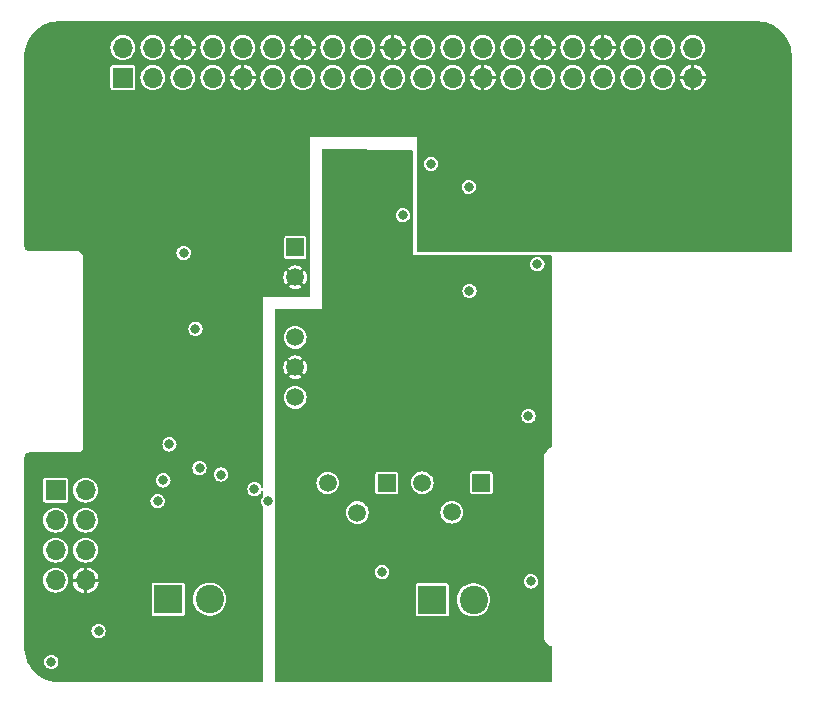
<source format=gbr>
%TF.GenerationSoftware,KiCad,Pcbnew,8.0.8*%
%TF.CreationDate,2025-02-25T11:28:35+01:00*%
%TF.ProjectId,ADC_16bit_board_v0r0,4144435f-3136-4626-9974-5f626f617264,rev?*%
%TF.SameCoordinates,Original*%
%TF.FileFunction,Copper,L2,Inr*%
%TF.FilePolarity,Positive*%
%FSLAX46Y46*%
G04 Gerber Fmt 4.6, Leading zero omitted, Abs format (unit mm)*
G04 Created by KiCad (PCBNEW 8.0.8) date 2025-02-25 11:28:35*
%MOMM*%
%LPD*%
G01*
G04 APERTURE LIST*
%TA.AperFunction,ComponentPad*%
%ADD10R,1.700000X1.700000*%
%TD*%
%TA.AperFunction,ComponentPad*%
%ADD11O,1.700000X1.700000*%
%TD*%
%TA.AperFunction,ComponentPad*%
%ADD12R,2.400000X2.400000*%
%TD*%
%TA.AperFunction,ComponentPad*%
%ADD13C,2.400000*%
%TD*%
%TA.AperFunction,ComponentPad*%
%ADD14R,1.500000X1.500000*%
%TD*%
%TA.AperFunction,ComponentPad*%
%ADD15C,1.500000*%
%TD*%
%TA.AperFunction,ComponentPad*%
%ADD16R,1.508000X1.508000*%
%TD*%
%TA.AperFunction,ComponentPad*%
%ADD17C,1.508000*%
%TD*%
%TA.AperFunction,ViaPad*%
%ADD18C,0.800000*%
%TD*%
G04 APERTURE END LIST*
D10*
%TO.N,GAIN*%
%TO.C,J4*%
X194960000Y-100880000D03*
D11*
%TO.N,VDD*%
X197500000Y-100880000D03*
%TO.N,GAIN*%
X194960000Y-103420000D03*
%TO.N,Net-(J4-Pin_4)*%
X197500000Y-103420000D03*
%TO.N,GAIN*%
X194960000Y-105960000D03*
%TO.N,Net-(J4-Pin_6)*%
X197500000Y-105960000D03*
%TO.N,GAIN*%
X194960000Y-108500000D03*
%TO.N,GND*%
X197500000Y-108500000D03*
%TD*%
D12*
%TO.N,Net-(J1-Pin_1)*%
%TO.C,J1*%
X226850000Y-110150000D03*
D13*
%TO.N,Net-(J1-Pin_2)*%
X230350000Y-110150000D03*
%TD*%
D14*
%TO.N,VBUS*%
%TO.C,U2*%
X215250000Y-80325000D03*
D15*
%TO.N,GND*%
X215250000Y-82865000D03*
%TO.N,-5VA*%
X215250000Y-87945000D03*
%TO.N,GNDA*%
X215250000Y-90485000D03*
%TO.N,+5VA*%
X215250000Y-93025000D03*
%TD*%
D16*
%TO.N,Net-(U3-+)*%
%TO.C,RV1*%
X231000000Y-100250000D03*
D17*
%TO.N,Net-(C10-Pad2)*%
X228500000Y-102750000D03*
%TO.N,unconnected-(RV1-Pad3)*%
X226000000Y-100250000D03*
%TD*%
D16*
%TO.N,Net-(RV2-Pad1)*%
%TO.C,RV2*%
X223000000Y-100270000D03*
D17*
%TO.N,Net-(RV2-Pad2)*%
X220500000Y-102770000D03*
%TO.N,unconnected-(RV2-Pad3)*%
X218000000Y-100270000D03*
%TD*%
D12*
%TO.N,Net-(J2-Pin_1)*%
%TO.C,J2*%
X204500000Y-110109000D03*
D13*
%TO.N,Net-(J2-Pin_2)*%
X208000000Y-110109000D03*
%TD*%
D10*
%TO.N,+3V3*%
%TO.C,J3*%
X200650000Y-65940000D03*
D11*
%TO.N,VBUS*%
X200650000Y-63400000D03*
%TO.N,/GPIO2{slash}SDA1*%
X203190000Y-65940000D03*
%TO.N,VBUS*%
X203190000Y-63400000D03*
%TO.N,/GPIO3{slash}SCL1*%
X205730000Y-65940000D03*
%TO.N,GND*%
X205730000Y-63400000D03*
%TO.N,/GPIO4{slash}GPCLK0*%
X208270000Y-65940000D03*
%TO.N,/GPIO14{slash}TXD0*%
X208270000Y-63400000D03*
%TO.N,GND*%
X210810000Y-65940000D03*
%TO.N,/GPIO15{slash}RXD0*%
X210810000Y-63400000D03*
%TO.N,/GPIO17*%
X213350000Y-65940000D03*
%TO.N,I2S_BCLK*%
X213350000Y-63400000D03*
%TO.N,/GPIO27*%
X215890000Y-65940000D03*
%TO.N,GND*%
X215890000Y-63400000D03*
%TO.N,/GPIO22*%
X218430000Y-65940000D03*
%TO.N,/GPIO23*%
X218430000Y-63400000D03*
%TO.N,+3V3*%
X220970000Y-65940000D03*
%TO.N,/GPIO24*%
X220970000Y-63400000D03*
%TO.N,SPI_MOSI*%
X223510000Y-65940000D03*
%TO.N,GND*%
X223510000Y-63400000D03*
%TO.N,SPI_MISO*%
X226050000Y-65940000D03*
%TO.N,/GPIO25*%
X226050000Y-63400000D03*
%TO.N,SPI_CLK*%
X228590000Y-65940000D03*
%TO.N,SPI_CS*%
X228590000Y-63400000D03*
%TO.N,GND*%
X231130000Y-65940000D03*
%TO.N,/GPIO7{slash}SPI0.CE1*%
X231130000Y-63400000D03*
%TO.N,/ID_SDA*%
X233670000Y-65940000D03*
%TO.N,/ID_SCL*%
X233670000Y-63400000D03*
%TO.N,/GPIO5*%
X236210000Y-65940000D03*
%TO.N,GND*%
X236210000Y-63400000D03*
%TO.N,/GPIO6*%
X238750000Y-65940000D03*
%TO.N,/GPIO12{slash}PWM0*%
X238750000Y-63400000D03*
%TO.N,/GPIO13{slash}PWM1*%
X241290000Y-65940000D03*
%TO.N,GND*%
X241290000Y-63400000D03*
%TO.N,I2S_LRCLK*%
X243830000Y-65940000D03*
%TO.N,/GPIO16*%
X243830000Y-63400000D03*
%TO.N,/GPIO26*%
X246370000Y-65940000D03*
%TO.N,/GPIO20{slash}PCM.DIN*%
X246370000Y-63400000D03*
%TO.N,GND*%
X248910000Y-65940000D03*
%TO.N,I2S_DOUT*%
X248910000Y-63400000D03*
%TD*%
D18*
%TO.N,SPI_MOSI*%
X226750000Y-73250000D03*
X230000000Y-84000000D03*
%TO.N,+5VA*%
X224367083Y-77603493D03*
X235200000Y-108600000D03*
%TO.N,VDD*%
X203600000Y-101800000D03*
X229950000Y-75200000D03*
X235750000Y-81750000D03*
X194600000Y-115400000D03*
X204088590Y-100050000D03*
X204600000Y-97000000D03*
X206800000Y-87200000D03*
%TO.N,VBUS*%
X205800000Y-80800000D03*
%TO.N,-5VA*%
X222600000Y-107800000D03*
X235000000Y-94600000D03*
%TO.N,I2S_LRCLK*%
X212950000Y-101800000D03*
%TO.N,GND*%
X232500000Y-78000000D03*
X232500000Y-75000000D03*
X232500000Y-76500000D03*
X234000000Y-76500000D03*
%TO.N,I2S_DOUT*%
X208950000Y-99550000D03*
%TO.N,I2S_BCLK*%
X211800000Y-100800000D03*
%TO.N,GAIN*%
X207150000Y-99000000D03*
%TO.N,Net-(J4-Pin_6)*%
X198600000Y-112800000D03*
%TD*%
%TA.AperFunction,Conductor*%
%TO.N,GNDA*%
G36*
X217563700Y-72000827D02*
G01*
X225137819Y-72099192D01*
X225182122Y-72118222D01*
X225200000Y-72162187D01*
X225200000Y-81000000D01*
X236937000Y-81000000D01*
X236981548Y-81018452D01*
X237000000Y-81063000D01*
X237000000Y-97162382D01*
X236981548Y-97206930D01*
X236961109Y-97220586D01*
X236827470Y-97275941D01*
X236827462Y-97275945D01*
X236664072Y-97385119D01*
X236525119Y-97524072D01*
X236415945Y-97687462D01*
X236415941Y-97687470D01*
X236340744Y-97869010D01*
X236340742Y-97869014D01*
X236302406Y-98061744D01*
X236302406Y-98061745D01*
X236300000Y-98159995D01*
X236300000Y-113160004D01*
X236302406Y-113258254D01*
X236302406Y-113258255D01*
X236340742Y-113450985D01*
X236340744Y-113450989D01*
X236415941Y-113632529D01*
X236415945Y-113632537D01*
X236525119Y-113795928D01*
X236664072Y-113934881D01*
X236827463Y-114044055D01*
X236961112Y-114099414D01*
X236995204Y-114133506D01*
X237000000Y-114157616D01*
X237000000Y-117097000D01*
X236981548Y-117141548D01*
X236937000Y-117160000D01*
X213563000Y-117160000D01*
X213518452Y-117141548D01*
X213500000Y-117097000D01*
X213500000Y-108930252D01*
X225449500Y-108930252D01*
X225449500Y-111369748D01*
X225461133Y-111428231D01*
X225505448Y-111494552D01*
X225571769Y-111538867D01*
X225630252Y-111550500D01*
X225630255Y-111550500D01*
X228069745Y-111550500D01*
X228069748Y-111550500D01*
X228128231Y-111538867D01*
X228194552Y-111494552D01*
X228238867Y-111428231D01*
X228250500Y-111369748D01*
X228250500Y-110150000D01*
X228944700Y-110150000D01*
X228963865Y-110381299D01*
X228963867Y-110381311D01*
X229020840Y-110606293D01*
X229020842Y-110606299D01*
X229020843Y-110606300D01*
X229114076Y-110818849D01*
X229241021Y-111013153D01*
X229398216Y-111183913D01*
X229581374Y-111326470D01*
X229785497Y-111436936D01*
X229785506Y-111436939D01*
X230005012Y-111512296D01*
X230005013Y-111512297D01*
X230233950Y-111550500D01*
X230233951Y-111550500D01*
X230466050Y-111550500D01*
X230580939Y-111531328D01*
X230694981Y-111512298D01*
X230694981Y-111512297D01*
X230694986Y-111512297D01*
X230694987Y-111512296D01*
X230746679Y-111494550D01*
X230914503Y-111436936D01*
X231118626Y-111326470D01*
X231301784Y-111183913D01*
X231458979Y-111013153D01*
X231585924Y-110818849D01*
X231679157Y-110606300D01*
X231736134Y-110381305D01*
X231755300Y-110150000D01*
X231736134Y-109918695D01*
X231679157Y-109693700D01*
X231585924Y-109481151D01*
X231458979Y-109286847D01*
X231301784Y-109116087D01*
X231118626Y-108973530D01*
X231118624Y-108973529D01*
X231118623Y-108973528D01*
X230914505Y-108863065D01*
X230914493Y-108863060D01*
X230694987Y-108787703D01*
X230694986Y-108787702D01*
X230466050Y-108749500D01*
X230466049Y-108749500D01*
X230233951Y-108749500D01*
X230233950Y-108749500D01*
X230005013Y-108787702D01*
X230005012Y-108787703D01*
X229785506Y-108863060D01*
X229785494Y-108863065D01*
X229581376Y-108973528D01*
X229581372Y-108973531D01*
X229398217Y-109116086D01*
X229241019Y-109286849D01*
X229114079Y-109481145D01*
X229114077Y-109481148D01*
X229020840Y-109693706D01*
X228963867Y-109918688D01*
X228963865Y-109918700D01*
X228944700Y-110150000D01*
X228250500Y-110150000D01*
X228250500Y-108930252D01*
X228238867Y-108871769D01*
X228194552Y-108805448D01*
X228128231Y-108761133D01*
X228069748Y-108749500D01*
X225630252Y-108749500D01*
X225586389Y-108758224D01*
X225571768Y-108761133D01*
X225505449Y-108805447D01*
X225505447Y-108805449D01*
X225461133Y-108871768D01*
X225461133Y-108871769D01*
X225449500Y-108930252D01*
X213500000Y-108930252D01*
X213500000Y-108599999D01*
X234594318Y-108599999D01*
X234594318Y-108600000D01*
X234614956Y-108756763D01*
X234614956Y-108756766D01*
X234675463Y-108902839D01*
X234675464Y-108902841D01*
X234771714Y-109028278D01*
X234771721Y-109028285D01*
X234865699Y-109100396D01*
X234897159Y-109124536D01*
X234988011Y-109162168D01*
X235043235Y-109185043D01*
X235043238Y-109185044D01*
X235200000Y-109205682D01*
X235356762Y-109185044D01*
X235356764Y-109185043D01*
X235356766Y-109185043D01*
X235421365Y-109158284D01*
X235502841Y-109124536D01*
X235628282Y-109028282D01*
X235724536Y-108902841D01*
X235764878Y-108805447D01*
X235785043Y-108756766D01*
X235785043Y-108756764D01*
X235785044Y-108756762D01*
X235805682Y-108600000D01*
X235785044Y-108443238D01*
X235785043Y-108443235D01*
X235785043Y-108443233D01*
X235735876Y-108324536D01*
X235724536Y-108297159D01*
X235700472Y-108265798D01*
X235628285Y-108171721D01*
X235628278Y-108171714D01*
X235502841Y-108075464D01*
X235502839Y-108075463D01*
X235356764Y-108014956D01*
X235200000Y-107994318D01*
X235043236Y-108014956D01*
X235043233Y-108014956D01*
X234897160Y-108075463D01*
X234897158Y-108075464D01*
X234771721Y-108171714D01*
X234771714Y-108171721D01*
X234675464Y-108297158D01*
X234675463Y-108297160D01*
X234614956Y-108443233D01*
X234614956Y-108443236D01*
X234594318Y-108599999D01*
X213500000Y-108599999D01*
X213500000Y-107799999D01*
X221994318Y-107799999D01*
X221994318Y-107800000D01*
X222014956Y-107956763D01*
X222014956Y-107956766D01*
X222075463Y-108102839D01*
X222075464Y-108102841D01*
X222171714Y-108228278D01*
X222171721Y-108228285D01*
X222261482Y-108297160D01*
X222297159Y-108324536D01*
X222320862Y-108334354D01*
X222443235Y-108385043D01*
X222443238Y-108385044D01*
X222600000Y-108405682D01*
X222756762Y-108385044D01*
X222756764Y-108385043D01*
X222756766Y-108385043D01*
X222821365Y-108358284D01*
X222902841Y-108324536D01*
X223028282Y-108228282D01*
X223124536Y-108102841D01*
X223169488Y-107994318D01*
X223185043Y-107956766D01*
X223185043Y-107956764D01*
X223185044Y-107956762D01*
X223205682Y-107800000D01*
X223204892Y-107794003D01*
X223194563Y-107715543D01*
X223185044Y-107643238D01*
X223185043Y-107643235D01*
X223185043Y-107643233D01*
X223124536Y-107497160D01*
X223124535Y-107497158D01*
X223028285Y-107371721D01*
X223028278Y-107371714D01*
X222902841Y-107275464D01*
X222902839Y-107275463D01*
X222756764Y-107214956D01*
X222600000Y-107194318D01*
X222443236Y-107214956D01*
X222443233Y-107214956D01*
X222297160Y-107275463D01*
X222297158Y-107275464D01*
X222171721Y-107371714D01*
X222171714Y-107371721D01*
X222075464Y-107497158D01*
X222075463Y-107497160D01*
X222014956Y-107643233D01*
X222014956Y-107643236D01*
X221994318Y-107799999D01*
X213500000Y-107799999D01*
X213500000Y-102770000D01*
X219540882Y-102770000D01*
X219559311Y-102957117D01*
X219559313Y-102957123D01*
X219613889Y-103137036D01*
X219613890Y-103137039D01*
X219702520Y-103302853D01*
X219702522Y-103302856D01*
X219702523Y-103302857D01*
X219821801Y-103448199D01*
X219967143Y-103567477D01*
X219967144Y-103567477D01*
X219967146Y-103567479D01*
X220132960Y-103656109D01*
X220132963Y-103656110D01*
X220239665Y-103688477D01*
X220312885Y-103710689D01*
X220500000Y-103729118D01*
X220687115Y-103710689D01*
X220867039Y-103656109D01*
X221032857Y-103567477D01*
X221178199Y-103448199D01*
X221297477Y-103302857D01*
X221386109Y-103137039D01*
X221440689Y-102957115D01*
X221459118Y-102770000D01*
X221457148Y-102750000D01*
X227540882Y-102750000D01*
X227559311Y-102937117D01*
X227559313Y-102937123D01*
X227613889Y-103117036D01*
X227613890Y-103117039D01*
X227702520Y-103282853D01*
X227702522Y-103282856D01*
X227702523Y-103282857D01*
X227821801Y-103428199D01*
X227967143Y-103547477D01*
X227967144Y-103547477D01*
X227967146Y-103547479D01*
X228132960Y-103636109D01*
X228132963Y-103636110D01*
X228239665Y-103668477D01*
X228312885Y-103690689D01*
X228500000Y-103709118D01*
X228687115Y-103690689D01*
X228867039Y-103636109D01*
X229032857Y-103547477D01*
X229178199Y-103428199D01*
X229297477Y-103282857D01*
X229386109Y-103117039D01*
X229440689Y-102937115D01*
X229459118Y-102750000D01*
X229440689Y-102562885D01*
X229418477Y-102489665D01*
X229386110Y-102382963D01*
X229386109Y-102382960D01*
X229297479Y-102217146D01*
X229297477Y-102217143D01*
X229178199Y-102071801D01*
X229032857Y-101952523D01*
X229032856Y-101952522D01*
X229032853Y-101952520D01*
X228867039Y-101863890D01*
X228867036Y-101863889D01*
X228687123Y-101809313D01*
X228687117Y-101809311D01*
X228500000Y-101790882D01*
X228312882Y-101809311D01*
X228312876Y-101809313D01*
X228132963Y-101863889D01*
X228132960Y-101863890D01*
X227967146Y-101952520D01*
X227821801Y-102071801D01*
X227702520Y-102217146D01*
X227613890Y-102382960D01*
X227613889Y-102382963D01*
X227559313Y-102562876D01*
X227559311Y-102562882D01*
X227540882Y-102750000D01*
X221457148Y-102750000D01*
X221440689Y-102582885D01*
X221418477Y-102509665D01*
X221386110Y-102402963D01*
X221386109Y-102402960D01*
X221297479Y-102237146D01*
X221281066Y-102217146D01*
X221178199Y-102091801D01*
X221032857Y-101972523D01*
X221032856Y-101972522D01*
X221032853Y-101972520D01*
X220867039Y-101883890D01*
X220867036Y-101883889D01*
X220687123Y-101829313D01*
X220687117Y-101829311D01*
X220500000Y-101810882D01*
X220312882Y-101829311D01*
X220312876Y-101829313D01*
X220132963Y-101883889D01*
X220132960Y-101883890D01*
X219967146Y-101972520D01*
X219821801Y-102091801D01*
X219702520Y-102237146D01*
X219613890Y-102402960D01*
X219613889Y-102402963D01*
X219559313Y-102582876D01*
X219559311Y-102582882D01*
X219540882Y-102770000D01*
X213500000Y-102770000D01*
X213500000Y-102053895D01*
X213504795Y-102029788D01*
X213535044Y-101956762D01*
X213555682Y-101800000D01*
X213535044Y-101643238D01*
X213535043Y-101643235D01*
X213535043Y-101643234D01*
X213504796Y-101570212D01*
X213500000Y-101546103D01*
X213500000Y-100270000D01*
X217040882Y-100270000D01*
X217059311Y-100457117D01*
X217059313Y-100457123D01*
X217113889Y-100637036D01*
X217113890Y-100637039D01*
X217202520Y-100802853D01*
X217202522Y-100802855D01*
X217202523Y-100802857D01*
X217321801Y-100948199D01*
X217467143Y-101067477D01*
X217467144Y-101067477D01*
X217467146Y-101067479D01*
X217632960Y-101156109D01*
X217632963Y-101156110D01*
X217727650Y-101184833D01*
X217812885Y-101210689D01*
X218000000Y-101229118D01*
X218187115Y-101210689D01*
X218367039Y-101156109D01*
X218532857Y-101067477D01*
X218678199Y-100948199D01*
X218797477Y-100802857D01*
X218886109Y-100637039D01*
X218940689Y-100457115D01*
X218959118Y-100270000D01*
X218940689Y-100082885D01*
X218918477Y-100009665D01*
X218886110Y-99902963D01*
X218886109Y-99902960D01*
X218797479Y-99737146D01*
X218781066Y-99717146D01*
X218678199Y-99591801D01*
X218561771Y-99496252D01*
X222045500Y-99496252D01*
X222045500Y-101043748D01*
X222057133Y-101102231D01*
X222101448Y-101168552D01*
X222167769Y-101212867D01*
X222226252Y-101224500D01*
X222226255Y-101224500D01*
X223773745Y-101224500D01*
X223773748Y-101224500D01*
X223832231Y-101212867D01*
X223898552Y-101168552D01*
X223942867Y-101102231D01*
X223954500Y-101043748D01*
X223954500Y-100250000D01*
X225040882Y-100250000D01*
X225059311Y-100437117D01*
X225059313Y-100437123D01*
X225113889Y-100617036D01*
X225113890Y-100617039D01*
X225202520Y-100782853D01*
X225202522Y-100782856D01*
X225202523Y-100782857D01*
X225321801Y-100928199D01*
X225467143Y-101047477D01*
X225467144Y-101047477D01*
X225467146Y-101047479D01*
X225632960Y-101136109D01*
X225632963Y-101136110D01*
X225739495Y-101168426D01*
X225812885Y-101190689D01*
X226000000Y-101209118D01*
X226187115Y-101190689D01*
X226367039Y-101136109D01*
X226532857Y-101047477D01*
X226678199Y-100928199D01*
X226797477Y-100782857D01*
X226886109Y-100617039D01*
X226940689Y-100437115D01*
X226959118Y-100250000D01*
X226940689Y-100062885D01*
X226918477Y-99989665D01*
X226886110Y-99882963D01*
X226886109Y-99882960D01*
X226797479Y-99717146D01*
X226787485Y-99704968D01*
X226678199Y-99571801D01*
X226561771Y-99476252D01*
X230045500Y-99476252D01*
X230045500Y-101023748D01*
X230057133Y-101082231D01*
X230101448Y-101148552D01*
X230167769Y-101192867D01*
X230226252Y-101204500D01*
X230226255Y-101204500D01*
X231773745Y-101204500D01*
X231773748Y-101204500D01*
X231832231Y-101192867D01*
X231898552Y-101148552D01*
X231942867Y-101082231D01*
X231954500Y-101023748D01*
X231954500Y-99476252D01*
X231942867Y-99417769D01*
X231898552Y-99351448D01*
X231832231Y-99307133D01*
X231773748Y-99295500D01*
X230226252Y-99295500D01*
X230182389Y-99304224D01*
X230167768Y-99307133D01*
X230101449Y-99351447D01*
X230101447Y-99351449D01*
X230057133Y-99417768D01*
X230057133Y-99417769D01*
X230045500Y-99476252D01*
X226561771Y-99476252D01*
X226532857Y-99452523D01*
X226532856Y-99452522D01*
X226532853Y-99452520D01*
X226367039Y-99363890D01*
X226367036Y-99363889D01*
X226187123Y-99309313D01*
X226187117Y-99309311D01*
X226000000Y-99290882D01*
X225812882Y-99309311D01*
X225812876Y-99309313D01*
X225632963Y-99363889D01*
X225632960Y-99363890D01*
X225467146Y-99452520D01*
X225321801Y-99571801D01*
X225202520Y-99717146D01*
X225113890Y-99882960D01*
X225113889Y-99882963D01*
X225059313Y-100062876D01*
X225059311Y-100062882D01*
X225040882Y-100250000D01*
X223954500Y-100250000D01*
X223954500Y-99496252D01*
X223942867Y-99437769D01*
X223898552Y-99371448D01*
X223832231Y-99327133D01*
X223773748Y-99315500D01*
X222226252Y-99315500D01*
X222182389Y-99324224D01*
X222167768Y-99327133D01*
X222101449Y-99371447D01*
X222101447Y-99371449D01*
X222057133Y-99437768D01*
X222057133Y-99437769D01*
X222045500Y-99496252D01*
X218561771Y-99496252D01*
X218532857Y-99472523D01*
X218532856Y-99472522D01*
X218532853Y-99472520D01*
X218367039Y-99383890D01*
X218367036Y-99383889D01*
X218187123Y-99329313D01*
X218187117Y-99329311D01*
X218000000Y-99310882D01*
X217812882Y-99329311D01*
X217812876Y-99329313D01*
X217632963Y-99383889D01*
X217632960Y-99383890D01*
X217467146Y-99472520D01*
X217321801Y-99591801D01*
X217202520Y-99737146D01*
X217113890Y-99902960D01*
X217113889Y-99902963D01*
X217059313Y-100082876D01*
X217059311Y-100082882D01*
X217040882Y-100270000D01*
X213500000Y-100270000D01*
X213500000Y-94599999D01*
X234394318Y-94599999D01*
X234394318Y-94600000D01*
X234414956Y-94756763D01*
X234414956Y-94756766D01*
X234475463Y-94902839D01*
X234475464Y-94902841D01*
X234571714Y-95028278D01*
X234571721Y-95028285D01*
X234665798Y-95100472D01*
X234697159Y-95124536D01*
X234789274Y-95162691D01*
X234843235Y-95185043D01*
X234843238Y-95185044D01*
X235000000Y-95205682D01*
X235156762Y-95185044D01*
X235156764Y-95185043D01*
X235156766Y-95185043D01*
X235221365Y-95158284D01*
X235302841Y-95124536D01*
X235428282Y-95028282D01*
X235524536Y-94902841D01*
X235558284Y-94821365D01*
X235585043Y-94756766D01*
X235585043Y-94756764D01*
X235585044Y-94756762D01*
X235605682Y-94600000D01*
X235585044Y-94443238D01*
X235585043Y-94443235D01*
X235585043Y-94443233D01*
X235524536Y-94297160D01*
X235524535Y-94297158D01*
X235428285Y-94171721D01*
X235428278Y-94171714D01*
X235302841Y-94075464D01*
X235302839Y-94075463D01*
X235156764Y-94014956D01*
X235000000Y-93994318D01*
X234843236Y-94014956D01*
X234843233Y-94014956D01*
X234697160Y-94075463D01*
X234697158Y-94075464D01*
X234571721Y-94171714D01*
X234571714Y-94171721D01*
X234475464Y-94297158D01*
X234475463Y-94297160D01*
X234414956Y-94443233D01*
X234414956Y-94443236D01*
X234394318Y-94599999D01*
X213500000Y-94599999D01*
X213500000Y-93025000D01*
X214294901Y-93025000D01*
X214313253Y-93211333D01*
X214313255Y-93211339D01*
X214367600Y-93390491D01*
X214367605Y-93390504D01*
X214446806Y-93538678D01*
X214455864Y-93555625D01*
X214574643Y-93700357D01*
X214719375Y-93819136D01*
X214884499Y-93907396D01*
X214884504Y-93907397D01*
X214884508Y-93907399D01*
X214974084Y-93934571D01*
X215063669Y-93961747D01*
X215250000Y-93980099D01*
X215436331Y-93961747D01*
X215615501Y-93907396D01*
X215780625Y-93819136D01*
X215925357Y-93700357D01*
X216044136Y-93555625D01*
X216132396Y-93390501D01*
X216186747Y-93211331D01*
X216205099Y-93025000D01*
X216186747Y-92838669D01*
X216132396Y-92659499D01*
X216044136Y-92494375D01*
X215925357Y-92349643D01*
X215780625Y-92230864D01*
X215763678Y-92221806D01*
X215615504Y-92142605D01*
X215615491Y-92142600D01*
X215436339Y-92088255D01*
X215436333Y-92088253D01*
X215250000Y-92069901D01*
X215063666Y-92088253D01*
X215063660Y-92088255D01*
X214884508Y-92142600D01*
X214884495Y-92142605D01*
X214719376Y-92230863D01*
X214574643Y-92349643D01*
X214455863Y-92494376D01*
X214367605Y-92659495D01*
X214367600Y-92659508D01*
X214313255Y-92838660D01*
X214313253Y-92838666D01*
X214294901Y-93025000D01*
X213500000Y-93025000D01*
X213500000Y-90485000D01*
X214239132Y-90485000D01*
X214258556Y-90682213D01*
X214258558Y-90682219D01*
X214316076Y-90871832D01*
X214316081Y-90871844D01*
X214409494Y-91046608D01*
X214453612Y-91100366D01*
X214817716Y-90736261D01*
X214849901Y-90792007D01*
X214942993Y-90885099D01*
X214998735Y-90917282D01*
X214634633Y-91281385D01*
X214688395Y-91325508D01*
X214863154Y-91418918D01*
X214863167Y-91418923D01*
X215052780Y-91476441D01*
X215052786Y-91476443D01*
X215250000Y-91495867D01*
X215447213Y-91476443D01*
X215447219Y-91476441D01*
X215636832Y-91418923D01*
X215636845Y-91418918D01*
X215811607Y-91325506D01*
X215865366Y-91281386D01*
X215501262Y-90917282D01*
X215557007Y-90885099D01*
X215650099Y-90792007D01*
X215682282Y-90736262D01*
X216046386Y-91100366D01*
X216090506Y-91046607D01*
X216183918Y-90871845D01*
X216183923Y-90871832D01*
X216241441Y-90682219D01*
X216241443Y-90682213D01*
X216260867Y-90485000D01*
X216241443Y-90287786D01*
X216241441Y-90287780D01*
X216183923Y-90098167D01*
X216183918Y-90098154D01*
X216090508Y-89923395D01*
X216046385Y-89869633D01*
X215682282Y-90233735D01*
X215650099Y-90177993D01*
X215557007Y-90084901D01*
X215501261Y-90052716D01*
X215865366Y-89688612D01*
X215811608Y-89644494D01*
X215811609Y-89644494D01*
X215636844Y-89551081D01*
X215636832Y-89551076D01*
X215447219Y-89493558D01*
X215447213Y-89493556D01*
X215250000Y-89474132D01*
X215052786Y-89493556D01*
X215052780Y-89493558D01*
X214863167Y-89551076D01*
X214863155Y-89551081D01*
X214688390Y-89644494D01*
X214634632Y-89688612D01*
X214998737Y-90052717D01*
X214942993Y-90084901D01*
X214849901Y-90177993D01*
X214817717Y-90233737D01*
X214453612Y-89869632D01*
X214409494Y-89923390D01*
X214316081Y-90098155D01*
X214316076Y-90098167D01*
X214258558Y-90287780D01*
X214258556Y-90287786D01*
X214239132Y-90485000D01*
X213500000Y-90485000D01*
X213500000Y-87945000D01*
X214294901Y-87945000D01*
X214313253Y-88131333D01*
X214313255Y-88131339D01*
X214367600Y-88310491D01*
X214367605Y-88310504D01*
X214446806Y-88458678D01*
X214455864Y-88475625D01*
X214574643Y-88620357D01*
X214719375Y-88739136D01*
X214884499Y-88827396D01*
X214884504Y-88827397D01*
X214884508Y-88827399D01*
X214974084Y-88854571D01*
X215063669Y-88881747D01*
X215250000Y-88900099D01*
X215436331Y-88881747D01*
X215615501Y-88827396D01*
X215780625Y-88739136D01*
X215925357Y-88620357D01*
X216044136Y-88475625D01*
X216132396Y-88310501D01*
X216186747Y-88131331D01*
X216205099Y-87945000D01*
X216186747Y-87758669D01*
X216132396Y-87579499D01*
X216126478Y-87568428D01*
X216080131Y-87481717D01*
X216044136Y-87414375D01*
X215925357Y-87269643D01*
X215780625Y-87150864D01*
X215763678Y-87141806D01*
X215615504Y-87062605D01*
X215615491Y-87062600D01*
X215436339Y-87008255D01*
X215436333Y-87008253D01*
X215250000Y-86989901D01*
X215063666Y-87008253D01*
X215063660Y-87008255D01*
X214884508Y-87062600D01*
X214884495Y-87062605D01*
X214719376Y-87150863D01*
X214574643Y-87269643D01*
X214455863Y-87414376D01*
X214367605Y-87579495D01*
X214367600Y-87579508D01*
X214313255Y-87758660D01*
X214313253Y-87758666D01*
X214294901Y-87945000D01*
X213500000Y-87945000D01*
X213500000Y-85563000D01*
X213518452Y-85518452D01*
X213563000Y-85500000D01*
X217499999Y-85500000D01*
X217500000Y-85500000D01*
X217500000Y-83999999D01*
X229394318Y-83999999D01*
X229394318Y-84000000D01*
X229414956Y-84156763D01*
X229414956Y-84156766D01*
X229475463Y-84302839D01*
X229475464Y-84302841D01*
X229571714Y-84428278D01*
X229571721Y-84428285D01*
X229665798Y-84500472D01*
X229697159Y-84524536D01*
X229783230Y-84560188D01*
X229843235Y-84585043D01*
X229843238Y-84585044D01*
X230000000Y-84605682D01*
X230156762Y-84585044D01*
X230156764Y-84585043D01*
X230156766Y-84585043D01*
X230221365Y-84558284D01*
X230302841Y-84524536D01*
X230428282Y-84428282D01*
X230524536Y-84302841D01*
X230558284Y-84221365D01*
X230585043Y-84156766D01*
X230585043Y-84156764D01*
X230585044Y-84156762D01*
X230605682Y-84000000D01*
X230585044Y-83843238D01*
X230585043Y-83843235D01*
X230585043Y-83843233D01*
X230524536Y-83697160D01*
X230524535Y-83697158D01*
X230428285Y-83571721D01*
X230428278Y-83571714D01*
X230302841Y-83475464D01*
X230302839Y-83475463D01*
X230156764Y-83414956D01*
X230000000Y-83394318D01*
X229843236Y-83414956D01*
X229843233Y-83414956D01*
X229697160Y-83475463D01*
X229697158Y-83475464D01*
X229571721Y-83571714D01*
X229571714Y-83571721D01*
X229475464Y-83697158D01*
X229475463Y-83697160D01*
X229414956Y-83843233D01*
X229414956Y-83843236D01*
X229394318Y-83999999D01*
X217500000Y-83999999D01*
X217500000Y-81749999D01*
X235144318Y-81749999D01*
X235144318Y-81750000D01*
X235164956Y-81906763D01*
X235164956Y-81906766D01*
X235225463Y-82052839D01*
X235225464Y-82052841D01*
X235321714Y-82178278D01*
X235321721Y-82178285D01*
X235415798Y-82250472D01*
X235447159Y-82274536D01*
X235539274Y-82312691D01*
X235593235Y-82335043D01*
X235593238Y-82335044D01*
X235750000Y-82355682D01*
X235906762Y-82335044D01*
X235906764Y-82335043D01*
X235906766Y-82335043D01*
X235971365Y-82308284D01*
X236052841Y-82274536D01*
X236178282Y-82178282D01*
X236274536Y-82052841D01*
X236308284Y-81971365D01*
X236335043Y-81906766D01*
X236335043Y-81906764D01*
X236335044Y-81906762D01*
X236355682Y-81750000D01*
X236335044Y-81593238D01*
X236335043Y-81593235D01*
X236335043Y-81593233D01*
X236274536Y-81447160D01*
X236274535Y-81447158D01*
X236178285Y-81321721D01*
X236178278Y-81321714D01*
X236052841Y-81225464D01*
X236052839Y-81225463D01*
X235906764Y-81164956D01*
X235750000Y-81144318D01*
X235593236Y-81164956D01*
X235593233Y-81164956D01*
X235447160Y-81225463D01*
X235447158Y-81225464D01*
X235321721Y-81321714D01*
X235321714Y-81321721D01*
X235225464Y-81447158D01*
X235225463Y-81447160D01*
X235164956Y-81593233D01*
X235164956Y-81593236D01*
X235144318Y-81749999D01*
X217500000Y-81749999D01*
X217500000Y-77603492D01*
X223761401Y-77603492D01*
X223761401Y-77603493D01*
X223782039Y-77760256D01*
X223782039Y-77760259D01*
X223842546Y-77906332D01*
X223842547Y-77906334D01*
X223938797Y-78031771D01*
X223938804Y-78031778D01*
X224032881Y-78103965D01*
X224064242Y-78128029D01*
X224156357Y-78166184D01*
X224210318Y-78188536D01*
X224210321Y-78188537D01*
X224367083Y-78209175D01*
X224523845Y-78188537D01*
X224523847Y-78188536D01*
X224523849Y-78188536D01*
X224588448Y-78161777D01*
X224669924Y-78128029D01*
X224795365Y-78031775D01*
X224891619Y-77906334D01*
X224925367Y-77824858D01*
X224952126Y-77760259D01*
X224952126Y-77760257D01*
X224952127Y-77760255D01*
X224972765Y-77603493D01*
X224952127Y-77446731D01*
X224952126Y-77446728D01*
X224952126Y-77446726D01*
X224891619Y-77300653D01*
X224891618Y-77300651D01*
X224795368Y-77175214D01*
X224795361Y-77175207D01*
X224669924Y-77078957D01*
X224669922Y-77078956D01*
X224523847Y-77018449D01*
X224367083Y-76997811D01*
X224210319Y-77018449D01*
X224210316Y-77018449D01*
X224064243Y-77078956D01*
X224064241Y-77078957D01*
X223938804Y-77175207D01*
X223938797Y-77175214D01*
X223842547Y-77300651D01*
X223842546Y-77300653D01*
X223782039Y-77446726D01*
X223782039Y-77446729D01*
X223761401Y-77603492D01*
X217500000Y-77603492D01*
X217500000Y-72063823D01*
X217518452Y-72019275D01*
X217563000Y-72000823D01*
X217563700Y-72000827D01*
G37*
%TD.AperFunction*%
%TD*%
%TA.AperFunction,Conductor*%
%TO.N,GND*%
G36*
X254300427Y-61160005D02*
G01*
X254465261Y-61162316D01*
X254471408Y-61162705D01*
X254799411Y-61199662D01*
X254806362Y-61200843D01*
X255096753Y-61267123D01*
X255127704Y-61274188D01*
X255134494Y-61276143D01*
X255445623Y-61385012D01*
X255452141Y-61387712D01*
X255749114Y-61530727D01*
X255755294Y-61534142D01*
X256034390Y-61709510D01*
X256040152Y-61713599D01*
X256297845Y-61919102D01*
X256303113Y-61923809D01*
X256536190Y-62156886D01*
X256540897Y-62162154D01*
X256746400Y-62419847D01*
X256750489Y-62425609D01*
X256925857Y-62704705D01*
X256929274Y-62710888D01*
X257072285Y-63007854D01*
X257074989Y-63014381D01*
X257183856Y-63325506D01*
X257185811Y-63332295D01*
X257259154Y-63653630D01*
X257260338Y-63660595D01*
X257297293Y-63988579D01*
X257297683Y-63994750D01*
X257299994Y-64159572D01*
X257300000Y-64160455D01*
X257300000Y-80637000D01*
X257281548Y-80681548D01*
X257237000Y-80700000D01*
X225663000Y-80700000D01*
X225618452Y-80681548D01*
X225600000Y-80637000D01*
X225600000Y-75199999D01*
X229344318Y-75199999D01*
X229344318Y-75200000D01*
X229364956Y-75356763D01*
X229364956Y-75356766D01*
X229425463Y-75502839D01*
X229425464Y-75502841D01*
X229521714Y-75628278D01*
X229521721Y-75628285D01*
X229615798Y-75700472D01*
X229647159Y-75724536D01*
X229739274Y-75762691D01*
X229793235Y-75785043D01*
X229793238Y-75785044D01*
X229950000Y-75805682D01*
X230106762Y-75785044D01*
X230106764Y-75785043D01*
X230106766Y-75785043D01*
X230171365Y-75758284D01*
X230252841Y-75724536D01*
X230378282Y-75628282D01*
X230474536Y-75502841D01*
X230508284Y-75421365D01*
X230535043Y-75356766D01*
X230535043Y-75356764D01*
X230535044Y-75356762D01*
X230555682Y-75200000D01*
X230535044Y-75043238D01*
X230535043Y-75043235D01*
X230535043Y-75043233D01*
X230474536Y-74897160D01*
X230474535Y-74897158D01*
X230378285Y-74771721D01*
X230378278Y-74771714D01*
X230252841Y-74675464D01*
X230252839Y-74675463D01*
X230106764Y-74614956D01*
X229950000Y-74594318D01*
X229793236Y-74614956D01*
X229793233Y-74614956D01*
X229647160Y-74675463D01*
X229647158Y-74675464D01*
X229521721Y-74771714D01*
X229521714Y-74771721D01*
X229425464Y-74897158D01*
X229425463Y-74897160D01*
X229364956Y-75043233D01*
X229364956Y-75043236D01*
X229344318Y-75199999D01*
X225600000Y-75199999D01*
X225600000Y-73249999D01*
X226144318Y-73249999D01*
X226144318Y-73250000D01*
X226164956Y-73406763D01*
X226164956Y-73406766D01*
X226225463Y-73552839D01*
X226225464Y-73552841D01*
X226321714Y-73678278D01*
X226321721Y-73678285D01*
X226415798Y-73750472D01*
X226447159Y-73774536D01*
X226539274Y-73812691D01*
X226593235Y-73835043D01*
X226593238Y-73835044D01*
X226750000Y-73855682D01*
X226906762Y-73835044D01*
X226906764Y-73835043D01*
X226906766Y-73835043D01*
X226971365Y-73808284D01*
X227052841Y-73774536D01*
X227178282Y-73678282D01*
X227274536Y-73552841D01*
X227308284Y-73471365D01*
X227335043Y-73406766D01*
X227335043Y-73406764D01*
X227335044Y-73406762D01*
X227355682Y-73250000D01*
X227335044Y-73093238D01*
X227335043Y-73093235D01*
X227335043Y-73093233D01*
X227274536Y-72947160D01*
X227274535Y-72947158D01*
X227178285Y-72821721D01*
X227178278Y-72821714D01*
X227052841Y-72725464D01*
X227052839Y-72725463D01*
X226906764Y-72664956D01*
X226750000Y-72644318D01*
X226593236Y-72664956D01*
X226593233Y-72664956D01*
X226447160Y-72725463D01*
X226447158Y-72725464D01*
X226321721Y-72821714D01*
X226321714Y-72821721D01*
X226225464Y-72947158D01*
X226225463Y-72947160D01*
X226164956Y-73093233D01*
X226164956Y-73093236D01*
X226144318Y-73249999D01*
X225600000Y-73249999D01*
X225600000Y-71000001D01*
X225600000Y-71000000D01*
X225599999Y-71000000D01*
X216500001Y-71000000D01*
X216500000Y-71000000D01*
X216500000Y-71000001D01*
X216500000Y-84437000D01*
X216481548Y-84481548D01*
X216437000Y-84500000D01*
X212500000Y-84500000D01*
X212500000Y-84500001D01*
X212500000Y-100604043D01*
X212481548Y-100648591D01*
X212437000Y-100667043D01*
X212392452Y-100648591D01*
X212378796Y-100628152D01*
X212324536Y-100497160D01*
X212324535Y-100497158D01*
X212310053Y-100478285D01*
X212278463Y-100437115D01*
X212228285Y-100371721D01*
X212228278Y-100371714D01*
X212102841Y-100275464D01*
X212102839Y-100275463D01*
X211956764Y-100214956D01*
X211800000Y-100194318D01*
X211643236Y-100214956D01*
X211643233Y-100214956D01*
X211497160Y-100275463D01*
X211497158Y-100275464D01*
X211371721Y-100371714D01*
X211371714Y-100371721D01*
X211275464Y-100497158D01*
X211275463Y-100497160D01*
X211214956Y-100643233D01*
X211214956Y-100643236D01*
X211194318Y-100799999D01*
X211194318Y-100800000D01*
X211214956Y-100956763D01*
X211214956Y-100956766D01*
X211275463Y-101102839D01*
X211275464Y-101102841D01*
X211371714Y-101228278D01*
X211371721Y-101228285D01*
X211433207Y-101275464D01*
X211497159Y-101324536D01*
X211589274Y-101362691D01*
X211643235Y-101385043D01*
X211643238Y-101385044D01*
X211800000Y-101405682D01*
X211956762Y-101385044D01*
X211956764Y-101385043D01*
X211956766Y-101385043D01*
X212021365Y-101358284D01*
X212102841Y-101324536D01*
X212228282Y-101228282D01*
X212324536Y-101102841D01*
X212351426Y-101037922D01*
X212378796Y-100971847D01*
X212412891Y-100937752D01*
X212461109Y-100937752D01*
X212495204Y-100971847D01*
X212500000Y-100995956D01*
X212500000Y-101378635D01*
X212486982Y-101416987D01*
X212425462Y-101497161D01*
X212364956Y-101643233D01*
X212364956Y-101643236D01*
X212344318Y-101799999D01*
X212344318Y-101800000D01*
X212364956Y-101956763D01*
X212364956Y-101956766D01*
X212420891Y-102091801D01*
X212425464Y-102102841D01*
X212486981Y-102183012D01*
X212500000Y-102221363D01*
X212500000Y-117097000D01*
X212481548Y-117141548D01*
X212437000Y-117160000D01*
X195300455Y-117160000D01*
X195299572Y-117159994D01*
X195134750Y-117157683D01*
X195128579Y-117157293D01*
X194800595Y-117120338D01*
X194793630Y-117119154D01*
X194472295Y-117045811D01*
X194465506Y-117043856D01*
X194154381Y-116934989D01*
X194147854Y-116932285D01*
X193850888Y-116789274D01*
X193844705Y-116785857D01*
X193565609Y-116610489D01*
X193559847Y-116606400D01*
X193302154Y-116400897D01*
X193296886Y-116396190D01*
X193063809Y-116163113D01*
X193059102Y-116157845D01*
X192853599Y-115900152D01*
X192849510Y-115894390D01*
X192674142Y-115615294D01*
X192670725Y-115609111D01*
X192570022Y-115399999D01*
X193994318Y-115399999D01*
X193994318Y-115400000D01*
X194014956Y-115556763D01*
X194014956Y-115556766D01*
X194075463Y-115702839D01*
X194075464Y-115702841D01*
X194171714Y-115828278D01*
X194171721Y-115828285D01*
X194257872Y-115894390D01*
X194297159Y-115924536D01*
X194389274Y-115962691D01*
X194443235Y-115985043D01*
X194443238Y-115985044D01*
X194600000Y-116005682D01*
X194756762Y-115985044D01*
X194756764Y-115985043D01*
X194756766Y-115985043D01*
X194821365Y-115958284D01*
X194902841Y-115924536D01*
X195028282Y-115828282D01*
X195124536Y-115702841D01*
X195163360Y-115609111D01*
X195185043Y-115556766D01*
X195185043Y-115556764D01*
X195185044Y-115556762D01*
X195205682Y-115400000D01*
X195185044Y-115243238D01*
X195185043Y-115243235D01*
X195185043Y-115243233D01*
X195124536Y-115097160D01*
X195124535Y-115097158D01*
X195028285Y-114971721D01*
X195028278Y-114971714D01*
X194902841Y-114875464D01*
X194902839Y-114875463D01*
X194756764Y-114814956D01*
X194600000Y-114794318D01*
X194443236Y-114814956D01*
X194443233Y-114814956D01*
X194297160Y-114875463D01*
X194297158Y-114875464D01*
X194171721Y-114971714D01*
X194171714Y-114971721D01*
X194075464Y-115097158D01*
X194075463Y-115097160D01*
X194014956Y-115243233D01*
X194014956Y-115243236D01*
X193994318Y-115399999D01*
X192570022Y-115399999D01*
X192527714Y-115312145D01*
X192525010Y-115305618D01*
X192416143Y-114994493D01*
X192414188Y-114987704D01*
X192340845Y-114666369D01*
X192339661Y-114659404D01*
X192302705Y-114331408D01*
X192302316Y-114325261D01*
X192300006Y-114160427D01*
X192300000Y-114159544D01*
X192300000Y-112799999D01*
X197994318Y-112799999D01*
X197994318Y-112800000D01*
X198014956Y-112956763D01*
X198014956Y-112956766D01*
X198075463Y-113102839D01*
X198075464Y-113102841D01*
X198171714Y-113228278D01*
X198171721Y-113228285D01*
X198265798Y-113300472D01*
X198297159Y-113324536D01*
X198389274Y-113362691D01*
X198443235Y-113385043D01*
X198443238Y-113385044D01*
X198600000Y-113405682D01*
X198756762Y-113385044D01*
X198756764Y-113385043D01*
X198756766Y-113385043D01*
X198821365Y-113358284D01*
X198902841Y-113324536D01*
X199028282Y-113228282D01*
X199124536Y-113102841D01*
X199158284Y-113021365D01*
X199185043Y-112956766D01*
X199185043Y-112956764D01*
X199185044Y-112956762D01*
X199205682Y-112800000D01*
X199185044Y-112643238D01*
X199185043Y-112643235D01*
X199185043Y-112643233D01*
X199124536Y-112497160D01*
X199124535Y-112497158D01*
X199028285Y-112371721D01*
X199028278Y-112371714D01*
X198902841Y-112275464D01*
X198902839Y-112275463D01*
X198756764Y-112214956D01*
X198600000Y-112194318D01*
X198443236Y-112214956D01*
X198443233Y-112214956D01*
X198297160Y-112275463D01*
X198297158Y-112275464D01*
X198171721Y-112371714D01*
X198171714Y-112371721D01*
X198075464Y-112497158D01*
X198075463Y-112497160D01*
X198014956Y-112643233D01*
X198014956Y-112643236D01*
X197994318Y-112799999D01*
X192300000Y-112799999D01*
X192300000Y-108500000D01*
X193904417Y-108500000D01*
X193924700Y-108705936D01*
X193924702Y-108705942D01*
X193984766Y-108903952D01*
X193984767Y-108903954D01*
X194082312Y-109086446D01*
X194082314Y-109086449D01*
X194082315Y-109086450D01*
X194213590Y-109246410D01*
X194373550Y-109377685D01*
X194373551Y-109377685D01*
X194373553Y-109377687D01*
X194556045Y-109475232D01*
X194556047Y-109475233D01*
X194698763Y-109518524D01*
X194754066Y-109535300D01*
X194960000Y-109555583D01*
X195165934Y-109535300D01*
X195301121Y-109494292D01*
X195363952Y-109475233D01*
X195363954Y-109475232D01*
X195429591Y-109440148D01*
X195546450Y-109377685D01*
X195706410Y-109246410D01*
X195837685Y-109086450D01*
X195935232Y-108903954D01*
X195936054Y-108901246D01*
X195977550Y-108764447D01*
X195995300Y-108705934D01*
X196015583Y-108500000D01*
X196002976Y-108371999D01*
X196401122Y-108371999D01*
X196401123Y-108372000D01*
X197016660Y-108372000D01*
X197000000Y-108434174D01*
X197000000Y-108565826D01*
X197016660Y-108628000D01*
X196401122Y-108628000D01*
X196408172Y-108704091D01*
X196408172Y-108704093D01*
X196464268Y-108901246D01*
X196555629Y-109084723D01*
X196555634Y-109084731D01*
X196679151Y-109248294D01*
X196679158Y-109248301D01*
X196830629Y-109386386D01*
X196830628Y-109386386D01*
X197004902Y-109494292D01*
X197196028Y-109568334D01*
X197196039Y-109568337D01*
X197371999Y-109601230D01*
X197372000Y-109601230D01*
X197372000Y-108983340D01*
X197434174Y-109000000D01*
X197565826Y-109000000D01*
X197628000Y-108983340D01*
X197628000Y-109601230D01*
X197803960Y-109568337D01*
X197803971Y-109568334D01*
X197995097Y-109494292D01*
X198169370Y-109386386D01*
X198320841Y-109248301D01*
X198320848Y-109248294D01*
X198444365Y-109084731D01*
X198444370Y-109084723D01*
X198535731Y-108901246D01*
X198539144Y-108889252D01*
X203099500Y-108889252D01*
X203099500Y-111328748D01*
X203111133Y-111387231D01*
X203155448Y-111453552D01*
X203221769Y-111497867D01*
X203280252Y-111509500D01*
X203280255Y-111509500D01*
X205719745Y-111509500D01*
X205719748Y-111509500D01*
X205778231Y-111497867D01*
X205844552Y-111453552D01*
X205888867Y-111387231D01*
X205900500Y-111328748D01*
X205900500Y-110109000D01*
X206594700Y-110109000D01*
X206613865Y-110340299D01*
X206613867Y-110340311D01*
X206670840Y-110565293D01*
X206764077Y-110777851D01*
X206764079Y-110777854D01*
X206891019Y-110972150D01*
X206891021Y-110972153D01*
X207048216Y-111142913D01*
X207231374Y-111285470D01*
X207435497Y-111395936D01*
X207435506Y-111395939D01*
X207655012Y-111471296D01*
X207655013Y-111471297D01*
X207883950Y-111509500D01*
X207883951Y-111509500D01*
X208116050Y-111509500D01*
X208230939Y-111490328D01*
X208344981Y-111471298D01*
X208344981Y-111471297D01*
X208344986Y-111471297D01*
X208344987Y-111471296D01*
X208445074Y-111436936D01*
X208564503Y-111395936D01*
X208768626Y-111285470D01*
X208951784Y-111142913D01*
X209108979Y-110972153D01*
X209235924Y-110777849D01*
X209329157Y-110565300D01*
X209386134Y-110340305D01*
X209405300Y-110109000D01*
X209386134Y-109877695D01*
X209329157Y-109652700D01*
X209235924Y-109440151D01*
X209108979Y-109245847D01*
X208951784Y-109075087D01*
X208768626Y-108932530D01*
X208768624Y-108932529D01*
X208768623Y-108932528D01*
X208564505Y-108822065D01*
X208564493Y-108822060D01*
X208344987Y-108746703D01*
X208344986Y-108746702D01*
X208116050Y-108708500D01*
X208116049Y-108708500D01*
X207883951Y-108708500D01*
X207883950Y-108708500D01*
X207655013Y-108746702D01*
X207655012Y-108746703D01*
X207435506Y-108822060D01*
X207435494Y-108822065D01*
X207231376Y-108932528D01*
X207231372Y-108932531D01*
X207144688Y-109000000D01*
X207048216Y-109075087D01*
X207039338Y-109084731D01*
X206891019Y-109245849D01*
X206764079Y-109440145D01*
X206764077Y-109440148D01*
X206670840Y-109652706D01*
X206613867Y-109877688D01*
X206613865Y-109877700D01*
X206594700Y-110109000D01*
X205900500Y-110109000D01*
X205900500Y-108889252D01*
X205888867Y-108830769D01*
X205844552Y-108764448D01*
X205778231Y-108720133D01*
X205719748Y-108708500D01*
X203280252Y-108708500D01*
X203236389Y-108717224D01*
X203221768Y-108720133D01*
X203155449Y-108764447D01*
X203155447Y-108764449D01*
X203111133Y-108830768D01*
X203111133Y-108830769D01*
X203099500Y-108889252D01*
X198539144Y-108889252D01*
X198591827Y-108704093D01*
X198591827Y-108704091D01*
X198598878Y-108628000D01*
X197983340Y-108628000D01*
X198000000Y-108565826D01*
X198000000Y-108434174D01*
X197983340Y-108372000D01*
X198598877Y-108372000D01*
X198598877Y-108371999D01*
X198591827Y-108295908D01*
X198591827Y-108295906D01*
X198535731Y-108098753D01*
X198444370Y-107915276D01*
X198444365Y-107915268D01*
X198320848Y-107751705D01*
X198320841Y-107751698D01*
X198169370Y-107613613D01*
X198169371Y-107613613D01*
X197995097Y-107505707D01*
X197803971Y-107431665D01*
X197803961Y-107431662D01*
X197628000Y-107398768D01*
X197628000Y-108016659D01*
X197565826Y-108000000D01*
X197434174Y-108000000D01*
X197372000Y-108016659D01*
X197372000Y-107398768D01*
X197196038Y-107431662D01*
X197196028Y-107431665D01*
X197004902Y-107505707D01*
X196830629Y-107613613D01*
X196679158Y-107751698D01*
X196679151Y-107751705D01*
X196555634Y-107915268D01*
X196555629Y-107915276D01*
X196464268Y-108098753D01*
X196408172Y-108295906D01*
X196408172Y-108295908D01*
X196401122Y-108371999D01*
X196002976Y-108371999D01*
X195995300Y-108294066D01*
X195958187Y-108171718D01*
X195935233Y-108096047D01*
X195935232Y-108096045D01*
X195837687Y-107913553D01*
X195744497Y-107800000D01*
X195706410Y-107753590D01*
X195546450Y-107622315D01*
X195546449Y-107622314D01*
X195546446Y-107622312D01*
X195363954Y-107524767D01*
X195363952Y-107524766D01*
X195165942Y-107464702D01*
X195165936Y-107464700D01*
X194960000Y-107444417D01*
X194754063Y-107464700D01*
X194754057Y-107464702D01*
X194556047Y-107524766D01*
X194556045Y-107524767D01*
X194373553Y-107622312D01*
X194213590Y-107753590D01*
X194082312Y-107913553D01*
X193984767Y-108096045D01*
X193984766Y-108096047D01*
X193924702Y-108294057D01*
X193924700Y-108294063D01*
X193904417Y-108500000D01*
X192300000Y-108500000D01*
X192300000Y-105960000D01*
X193904417Y-105960000D01*
X193924700Y-106165936D01*
X193924702Y-106165942D01*
X193984766Y-106363952D01*
X193984767Y-106363954D01*
X194082312Y-106546446D01*
X194082314Y-106546449D01*
X194082315Y-106546450D01*
X194213590Y-106706410D01*
X194373550Y-106837685D01*
X194373551Y-106837685D01*
X194373553Y-106837687D01*
X194556045Y-106935232D01*
X194556047Y-106935233D01*
X194698763Y-106978524D01*
X194754066Y-106995300D01*
X194960000Y-107015583D01*
X195165934Y-106995300D01*
X195283378Y-106959674D01*
X195363952Y-106935233D01*
X195363954Y-106935232D01*
X195546446Y-106837687D01*
X195546445Y-106837687D01*
X195546450Y-106837685D01*
X195706410Y-106706410D01*
X195837685Y-106546450D01*
X195935232Y-106363954D01*
X195995300Y-106165934D01*
X196015583Y-105960000D01*
X196444417Y-105960000D01*
X196464700Y-106165936D01*
X196464702Y-106165942D01*
X196524766Y-106363952D01*
X196524767Y-106363954D01*
X196622312Y-106546446D01*
X196622314Y-106546449D01*
X196622315Y-106546450D01*
X196753590Y-106706410D01*
X196913550Y-106837685D01*
X196913551Y-106837685D01*
X196913553Y-106837687D01*
X197096045Y-106935232D01*
X197096047Y-106935233D01*
X197238763Y-106978524D01*
X197294066Y-106995300D01*
X197500000Y-107015583D01*
X197705934Y-106995300D01*
X197823378Y-106959674D01*
X197903952Y-106935233D01*
X197903954Y-106935232D01*
X198086446Y-106837687D01*
X198086445Y-106837687D01*
X198086450Y-106837685D01*
X198246410Y-106706410D01*
X198377685Y-106546450D01*
X198475232Y-106363954D01*
X198535300Y-106165934D01*
X198555583Y-105960000D01*
X198535300Y-105754066D01*
X198518524Y-105698763D01*
X198475233Y-105556047D01*
X198475232Y-105556045D01*
X198377687Y-105373553D01*
X198377685Y-105373550D01*
X198246410Y-105213590D01*
X198086450Y-105082315D01*
X198086449Y-105082314D01*
X198086446Y-105082312D01*
X197903954Y-104984767D01*
X197903952Y-104984766D01*
X197705942Y-104924702D01*
X197705936Y-104924700D01*
X197500000Y-104904417D01*
X197294063Y-104924700D01*
X197294057Y-104924702D01*
X197096047Y-104984766D01*
X197096045Y-104984767D01*
X196913553Y-105082312D01*
X196753590Y-105213590D01*
X196622312Y-105373553D01*
X196524767Y-105556045D01*
X196524766Y-105556047D01*
X196464702Y-105754057D01*
X196464700Y-105754063D01*
X196444417Y-105960000D01*
X196015583Y-105960000D01*
X195995300Y-105754066D01*
X195978524Y-105698763D01*
X195935233Y-105556047D01*
X195935232Y-105556045D01*
X195837687Y-105373553D01*
X195837685Y-105373550D01*
X195706410Y-105213590D01*
X195546450Y-105082315D01*
X195546449Y-105082314D01*
X195546446Y-105082312D01*
X195363954Y-104984767D01*
X195363952Y-104984766D01*
X195165942Y-104924702D01*
X195165936Y-104924700D01*
X194960000Y-104904417D01*
X194754063Y-104924700D01*
X194754057Y-104924702D01*
X194556047Y-104984766D01*
X194556045Y-104984767D01*
X194373553Y-105082312D01*
X194213590Y-105213590D01*
X194082312Y-105373553D01*
X193984767Y-105556045D01*
X193984766Y-105556047D01*
X193924702Y-105754057D01*
X193924700Y-105754063D01*
X193904417Y-105960000D01*
X192300000Y-105960000D01*
X192300000Y-103420000D01*
X193904417Y-103420000D01*
X193924700Y-103625936D01*
X193924702Y-103625942D01*
X193984766Y-103823952D01*
X193984767Y-103823954D01*
X194082312Y-104006446D01*
X194082314Y-104006449D01*
X194082315Y-104006450D01*
X194213590Y-104166410D01*
X194373550Y-104297685D01*
X194373551Y-104297685D01*
X194373553Y-104297687D01*
X194556045Y-104395232D01*
X194556047Y-104395233D01*
X194698763Y-104438524D01*
X194754066Y-104455300D01*
X194960000Y-104475583D01*
X195165934Y-104455300D01*
X195283378Y-104419674D01*
X195363952Y-104395233D01*
X195363954Y-104395232D01*
X195546446Y-104297687D01*
X195546445Y-104297687D01*
X195546450Y-104297685D01*
X195706410Y-104166410D01*
X195837685Y-104006450D01*
X195935232Y-103823954D01*
X195995300Y-103625934D01*
X196015583Y-103420000D01*
X196444417Y-103420000D01*
X196464700Y-103625936D01*
X196464702Y-103625942D01*
X196524766Y-103823952D01*
X196524767Y-103823954D01*
X196622312Y-104006446D01*
X196622314Y-104006449D01*
X196622315Y-104006450D01*
X196753590Y-104166410D01*
X196913550Y-104297685D01*
X196913551Y-104297685D01*
X196913553Y-104297687D01*
X197096045Y-104395232D01*
X197096047Y-104395233D01*
X197238763Y-104438524D01*
X197294066Y-104455300D01*
X197500000Y-104475583D01*
X197705934Y-104455300D01*
X197823378Y-104419674D01*
X197903952Y-104395233D01*
X197903954Y-104395232D01*
X198086446Y-104297687D01*
X198086445Y-104297687D01*
X198086450Y-104297685D01*
X198246410Y-104166410D01*
X198377685Y-104006450D01*
X198475232Y-103823954D01*
X198535300Y-103625934D01*
X198555583Y-103420000D01*
X198535300Y-103214066D01*
X198505868Y-103117039D01*
X198475233Y-103016047D01*
X198475232Y-103016045D01*
X198377687Y-102833553D01*
X198377685Y-102833550D01*
X198246410Y-102673590D01*
X198086450Y-102542315D01*
X198086449Y-102542314D01*
X198086446Y-102542312D01*
X197903954Y-102444767D01*
X197903952Y-102444766D01*
X197705942Y-102384702D01*
X197705936Y-102384700D01*
X197500000Y-102364417D01*
X197294063Y-102384700D01*
X197294057Y-102384702D01*
X197096047Y-102444766D01*
X197096045Y-102444767D01*
X196913553Y-102542312D01*
X196753590Y-102673590D01*
X196622312Y-102833553D01*
X196524767Y-103016045D01*
X196524766Y-103016047D01*
X196464702Y-103214057D01*
X196464700Y-103214063D01*
X196444417Y-103420000D01*
X196015583Y-103420000D01*
X195995300Y-103214066D01*
X195965868Y-103117039D01*
X195935233Y-103016047D01*
X195935232Y-103016045D01*
X195837687Y-102833553D01*
X195837685Y-102833550D01*
X195706410Y-102673590D01*
X195546450Y-102542315D01*
X195546449Y-102542314D01*
X195546446Y-102542312D01*
X195363954Y-102444767D01*
X195363952Y-102444766D01*
X195165942Y-102384702D01*
X195165936Y-102384700D01*
X194960000Y-102364417D01*
X194754063Y-102384700D01*
X194754057Y-102384702D01*
X194556047Y-102444766D01*
X194556045Y-102444767D01*
X194373553Y-102542312D01*
X194213590Y-102673590D01*
X194082312Y-102833553D01*
X193984767Y-103016045D01*
X193984766Y-103016047D01*
X193924702Y-103214057D01*
X193924700Y-103214063D01*
X193904417Y-103420000D01*
X192300000Y-103420000D01*
X192300000Y-100010252D01*
X193909500Y-100010252D01*
X193909500Y-101749748D01*
X193921133Y-101808231D01*
X193965448Y-101874552D01*
X194031769Y-101918867D01*
X194090252Y-101930500D01*
X194090255Y-101930500D01*
X195829745Y-101930500D01*
X195829748Y-101930500D01*
X195888231Y-101918867D01*
X195954552Y-101874552D01*
X195998867Y-101808231D01*
X196010500Y-101749748D01*
X196010500Y-100880000D01*
X196444417Y-100880000D01*
X196464700Y-101085936D01*
X196464702Y-101085942D01*
X196524766Y-101283952D01*
X196524767Y-101283954D01*
X196622312Y-101466446D01*
X196622314Y-101466449D01*
X196622315Y-101466450D01*
X196753590Y-101626410D01*
X196913550Y-101757685D01*
X196913551Y-101757685D01*
X196913553Y-101757687D01*
X197096045Y-101855232D01*
X197096047Y-101855233D01*
X197238763Y-101898524D01*
X197294066Y-101915300D01*
X197500000Y-101935583D01*
X197705934Y-101915300D01*
X197840264Y-101874552D01*
X197903952Y-101855233D01*
X197903954Y-101855232D01*
X198007287Y-101799999D01*
X202994318Y-101799999D01*
X202994318Y-101800000D01*
X203014956Y-101956763D01*
X203014956Y-101956766D01*
X203075463Y-102102839D01*
X203075464Y-102102841D01*
X203171714Y-102228278D01*
X203171721Y-102228285D01*
X203265798Y-102300472D01*
X203297159Y-102324536D01*
X203389274Y-102362691D01*
X203443235Y-102385043D01*
X203443238Y-102385044D01*
X203600000Y-102405682D01*
X203756762Y-102385044D01*
X203756764Y-102385043D01*
X203756766Y-102385043D01*
X203821365Y-102358284D01*
X203902841Y-102324536D01*
X204028282Y-102228282D01*
X204124536Y-102102841D01*
X204178516Y-101972523D01*
X204185043Y-101956766D01*
X204185043Y-101956764D01*
X204185044Y-101956762D01*
X204205682Y-101800000D01*
X204185044Y-101643238D01*
X204185043Y-101643235D01*
X204185043Y-101643233D01*
X204141410Y-101537896D01*
X204124536Y-101497159D01*
X204063018Y-101416987D01*
X204028285Y-101371721D01*
X204028278Y-101371714D01*
X203902841Y-101275464D01*
X203902839Y-101275463D01*
X203756764Y-101214956D01*
X203600000Y-101194318D01*
X203443236Y-101214956D01*
X203443233Y-101214956D01*
X203297160Y-101275463D01*
X203297158Y-101275464D01*
X203171721Y-101371714D01*
X203171714Y-101371721D01*
X203075464Y-101497158D01*
X203075463Y-101497160D01*
X203014956Y-101643233D01*
X203014956Y-101643236D01*
X202994318Y-101799999D01*
X198007287Y-101799999D01*
X198086446Y-101757687D01*
X198086445Y-101757687D01*
X198086450Y-101757685D01*
X198246410Y-101626410D01*
X198377685Y-101466450D01*
X198475232Y-101283954D01*
X198477808Y-101275464D01*
X198516305Y-101148552D01*
X198535300Y-101085934D01*
X198555583Y-100880000D01*
X198535300Y-100674066D01*
X198481637Y-100497160D01*
X198475233Y-100476047D01*
X198475232Y-100476045D01*
X198377687Y-100293553D01*
X198358358Y-100270000D01*
X198246410Y-100133590D01*
X198144553Y-100049999D01*
X203482908Y-100049999D01*
X203482908Y-100050000D01*
X203503546Y-100206763D01*
X203503546Y-100206766D01*
X203564053Y-100352839D01*
X203564054Y-100352841D01*
X203660304Y-100478278D01*
X203660311Y-100478285D01*
X203684910Y-100497160D01*
X203785749Y-100574536D01*
X203856985Y-100604043D01*
X203931825Y-100635043D01*
X203931828Y-100635044D01*
X204088590Y-100655682D01*
X204245352Y-100635044D01*
X204245354Y-100635043D01*
X204245356Y-100635043D01*
X204320195Y-100604043D01*
X204391431Y-100574536D01*
X204516872Y-100478282D01*
X204613126Y-100352841D01*
X204655724Y-100250000D01*
X204673633Y-100206766D01*
X204673633Y-100206764D01*
X204673634Y-100206762D01*
X204694272Y-100050000D01*
X204673634Y-99893238D01*
X204673633Y-99893235D01*
X204673633Y-99893233D01*
X204613126Y-99747160D01*
X204613125Y-99747158D01*
X204516875Y-99621721D01*
X204516868Y-99621714D01*
X204391431Y-99525464D01*
X204391429Y-99525463D01*
X204245354Y-99464956D01*
X204088590Y-99444318D01*
X203931826Y-99464956D01*
X203931823Y-99464956D01*
X203785750Y-99525463D01*
X203785748Y-99525464D01*
X203660311Y-99621714D01*
X203660304Y-99621721D01*
X203564054Y-99747158D01*
X203564053Y-99747160D01*
X203503546Y-99893233D01*
X203503546Y-99893236D01*
X203482908Y-100049999D01*
X198144553Y-100049999D01*
X198086450Y-100002315D01*
X198086449Y-100002314D01*
X198086446Y-100002312D01*
X197903954Y-99904767D01*
X197903952Y-99904766D01*
X197705942Y-99844702D01*
X197705936Y-99844700D01*
X197500000Y-99824417D01*
X197294063Y-99844700D01*
X197294057Y-99844702D01*
X197096047Y-99904766D01*
X197096045Y-99904767D01*
X196913553Y-100002312D01*
X196753590Y-100133590D01*
X196622312Y-100293553D01*
X196524767Y-100476045D01*
X196524766Y-100476047D01*
X196464702Y-100674057D01*
X196464700Y-100674063D01*
X196444417Y-100880000D01*
X196010500Y-100880000D01*
X196010500Y-100010252D01*
X195998867Y-99951769D01*
X195954552Y-99885448D01*
X195888231Y-99841133D01*
X195829748Y-99829500D01*
X194090252Y-99829500D01*
X194046389Y-99838224D01*
X194031768Y-99841133D01*
X193965449Y-99885447D01*
X193965447Y-99885449D01*
X193921133Y-99951768D01*
X193921133Y-99951769D01*
X193909500Y-100010252D01*
X192300000Y-100010252D01*
X192300000Y-98999999D01*
X206544318Y-98999999D01*
X206544318Y-99000000D01*
X206564956Y-99156763D01*
X206564956Y-99156766D01*
X206625463Y-99302839D01*
X206625464Y-99302841D01*
X206721714Y-99428278D01*
X206721721Y-99428285D01*
X206779374Y-99472523D01*
X206847159Y-99524536D01*
X206939274Y-99562691D01*
X206993235Y-99585043D01*
X206993238Y-99585044D01*
X207150000Y-99605682D01*
X207306762Y-99585044D01*
X207306764Y-99585043D01*
X207306766Y-99585043D01*
X207371365Y-99558284D01*
X207391367Y-99549999D01*
X208344318Y-99549999D01*
X208344318Y-99550000D01*
X208364956Y-99706763D01*
X208364956Y-99706766D01*
X208425463Y-99852839D01*
X208425464Y-99852841D01*
X208521714Y-99978278D01*
X208521721Y-99978285D01*
X208563382Y-100010252D01*
X208647159Y-100074536D01*
X208739274Y-100112691D01*
X208793235Y-100135043D01*
X208793238Y-100135044D01*
X208950000Y-100155682D01*
X209106762Y-100135044D01*
X209106764Y-100135043D01*
X209106766Y-100135043D01*
X209171365Y-100108284D01*
X209252841Y-100074536D01*
X209378282Y-99978282D01*
X209474536Y-99852841D01*
X209518311Y-99747159D01*
X209535043Y-99706766D01*
X209535043Y-99706764D01*
X209535044Y-99706762D01*
X209555682Y-99550000D01*
X209535044Y-99393238D01*
X209535043Y-99393235D01*
X209535043Y-99393233D01*
X209474536Y-99247160D01*
X209474535Y-99247158D01*
X209378285Y-99121721D01*
X209378278Y-99121714D01*
X209252841Y-99025464D01*
X209252839Y-99025463D01*
X209106764Y-98964956D01*
X208950000Y-98944318D01*
X208793236Y-98964956D01*
X208793233Y-98964956D01*
X208647160Y-99025463D01*
X208647158Y-99025464D01*
X208521721Y-99121714D01*
X208521714Y-99121721D01*
X208425464Y-99247158D01*
X208425463Y-99247160D01*
X208364956Y-99393233D01*
X208364956Y-99393236D01*
X208344318Y-99549999D01*
X207391367Y-99549999D01*
X207452841Y-99524536D01*
X207578282Y-99428282D01*
X207674536Y-99302841D01*
X207708284Y-99221365D01*
X207735043Y-99156766D01*
X207735043Y-99156764D01*
X207735044Y-99156762D01*
X207755682Y-99000000D01*
X207735044Y-98843238D01*
X207735043Y-98843235D01*
X207735043Y-98843233D01*
X207674536Y-98697160D01*
X207674535Y-98697158D01*
X207578285Y-98571721D01*
X207578278Y-98571714D01*
X207452841Y-98475464D01*
X207452839Y-98475463D01*
X207306764Y-98414956D01*
X207150000Y-98394318D01*
X206993236Y-98414956D01*
X206993233Y-98414956D01*
X206847160Y-98475463D01*
X206847158Y-98475464D01*
X206721721Y-98571714D01*
X206721714Y-98571721D01*
X206625464Y-98697158D01*
X206625463Y-98697160D01*
X206564956Y-98843233D01*
X206564956Y-98843236D01*
X206544318Y-98999999D01*
X192300000Y-98999999D01*
X192300000Y-98161033D01*
X192300033Y-98158986D01*
X192300116Y-98156402D01*
X192301893Y-98101763D01*
X192304000Y-98087534D01*
X192333842Y-97976034D01*
X192340122Y-97960858D01*
X192397254Y-97861769D01*
X192407237Y-97848738D01*
X192488054Y-97767780D01*
X192501063Y-97757777D01*
X192600056Y-97700468D01*
X192615222Y-97694163D01*
X192726672Y-97664127D01*
X192740894Y-97661996D01*
X192798106Y-97660035D01*
X192800146Y-97660000D01*
X196800000Y-97660000D01*
X196800015Y-97660000D01*
X196865538Y-97657862D01*
X196865544Y-97657861D01*
X196865545Y-97657861D01*
X196865545Y-97657860D01*
X196865551Y-97657860D01*
X196992160Y-97623935D01*
X196992160Y-97623934D01*
X196992167Y-97623933D01*
X197105694Y-97558388D01*
X197198388Y-97465694D01*
X197263933Y-97352167D01*
X197277150Y-97302841D01*
X197297860Y-97225551D01*
X197297862Y-97225538D01*
X197300000Y-97160015D01*
X197300000Y-96999999D01*
X203994318Y-96999999D01*
X203994318Y-97000000D01*
X204014956Y-97156763D01*
X204014956Y-97156766D01*
X204075463Y-97302839D01*
X204075464Y-97302841D01*
X204171714Y-97428278D01*
X204171721Y-97428285D01*
X204220474Y-97465694D01*
X204297159Y-97524536D01*
X204378885Y-97558388D01*
X204443235Y-97585043D01*
X204443238Y-97585044D01*
X204600000Y-97605682D01*
X204756762Y-97585044D01*
X204756764Y-97585043D01*
X204756766Y-97585043D01*
X204821365Y-97558284D01*
X204902841Y-97524536D01*
X205028282Y-97428282D01*
X205124536Y-97302841D01*
X205183697Y-97160015D01*
X205185043Y-97156766D01*
X205185043Y-97156764D01*
X205185044Y-97156762D01*
X205205682Y-97000000D01*
X205185044Y-96843238D01*
X205185043Y-96843235D01*
X205185043Y-96843233D01*
X205124536Y-96697160D01*
X205124535Y-96697158D01*
X205028285Y-96571721D01*
X205028278Y-96571714D01*
X204902841Y-96475464D01*
X204902839Y-96475463D01*
X204756764Y-96414956D01*
X204600000Y-96394318D01*
X204443236Y-96414956D01*
X204443233Y-96414956D01*
X204297160Y-96475463D01*
X204297158Y-96475464D01*
X204171721Y-96571714D01*
X204171714Y-96571721D01*
X204075464Y-96697158D01*
X204075463Y-96697160D01*
X204014956Y-96843233D01*
X204014956Y-96843236D01*
X203994318Y-96999999D01*
X197300000Y-96999999D01*
X197300000Y-87199999D01*
X206194318Y-87199999D01*
X206194318Y-87200000D01*
X206214956Y-87356763D01*
X206214956Y-87356766D01*
X206275463Y-87502839D01*
X206275464Y-87502841D01*
X206371714Y-87628278D01*
X206371721Y-87628285D01*
X206465798Y-87700472D01*
X206497159Y-87724536D01*
X206579563Y-87758669D01*
X206643235Y-87785043D01*
X206643238Y-87785044D01*
X206800000Y-87805682D01*
X206956762Y-87785044D01*
X206956764Y-87785043D01*
X206956766Y-87785043D01*
X207021365Y-87758284D01*
X207102841Y-87724536D01*
X207228282Y-87628282D01*
X207324536Y-87502841D01*
X207361180Y-87414375D01*
X207385043Y-87356766D01*
X207385043Y-87356764D01*
X207385044Y-87356762D01*
X207405682Y-87200000D01*
X207385044Y-87043238D01*
X207385043Y-87043235D01*
X207385043Y-87043233D01*
X207324536Y-86897160D01*
X207324535Y-86897158D01*
X207228285Y-86771721D01*
X207228278Y-86771714D01*
X207102841Y-86675464D01*
X207102839Y-86675463D01*
X206956764Y-86614956D01*
X206800000Y-86594318D01*
X206643236Y-86614956D01*
X206643233Y-86614956D01*
X206497160Y-86675463D01*
X206497158Y-86675464D01*
X206371721Y-86771714D01*
X206371714Y-86771721D01*
X206275464Y-86897158D01*
X206275463Y-86897160D01*
X206214956Y-87043233D01*
X206214956Y-87043236D01*
X206194318Y-87199999D01*
X197300000Y-87199999D01*
X197300000Y-82865000D01*
X214239132Y-82865000D01*
X214258556Y-83062213D01*
X214258558Y-83062219D01*
X214316076Y-83251832D01*
X214316081Y-83251844D01*
X214409494Y-83426608D01*
X214453612Y-83480366D01*
X214817716Y-83116261D01*
X214849901Y-83172007D01*
X214942993Y-83265099D01*
X214998735Y-83297282D01*
X214634633Y-83661385D01*
X214688395Y-83705508D01*
X214863154Y-83798918D01*
X214863167Y-83798923D01*
X215052780Y-83856441D01*
X215052786Y-83856443D01*
X215250000Y-83875867D01*
X215447213Y-83856443D01*
X215447219Y-83856441D01*
X215636832Y-83798923D01*
X215636845Y-83798918D01*
X215811607Y-83705506D01*
X215865366Y-83661386D01*
X215501262Y-83297282D01*
X215557007Y-83265099D01*
X215650099Y-83172007D01*
X215682282Y-83116262D01*
X216046386Y-83480366D01*
X216090506Y-83426607D01*
X216183918Y-83251845D01*
X216183923Y-83251832D01*
X216241441Y-83062219D01*
X216241443Y-83062213D01*
X216260867Y-82865000D01*
X216241443Y-82667786D01*
X216241441Y-82667780D01*
X216183923Y-82478167D01*
X216183918Y-82478154D01*
X216090508Y-82303395D01*
X216046385Y-82249633D01*
X215682282Y-82613735D01*
X215650099Y-82557993D01*
X215557007Y-82464901D01*
X215501261Y-82432716D01*
X215865366Y-82068612D01*
X215811608Y-82024494D01*
X215811609Y-82024494D01*
X215636844Y-81931081D01*
X215636832Y-81931076D01*
X215447219Y-81873558D01*
X215447213Y-81873556D01*
X215250000Y-81854132D01*
X215052786Y-81873556D01*
X215052780Y-81873558D01*
X214863167Y-81931076D01*
X214863155Y-81931081D01*
X214688390Y-82024494D01*
X214634632Y-82068612D01*
X214998737Y-82432717D01*
X214942993Y-82464901D01*
X214849901Y-82557993D01*
X214817717Y-82613737D01*
X214453612Y-82249632D01*
X214409494Y-82303390D01*
X214316081Y-82478155D01*
X214316076Y-82478167D01*
X214258558Y-82667780D01*
X214258556Y-82667786D01*
X214239132Y-82865000D01*
X197300000Y-82865000D01*
X197300000Y-81159984D01*
X197297862Y-81094461D01*
X197297860Y-81094448D01*
X197263935Y-80967839D01*
X197263934Y-80967837D01*
X197263933Y-80967833D01*
X197198388Y-80854306D01*
X197144081Y-80799999D01*
X205194318Y-80799999D01*
X205194318Y-80800000D01*
X205214956Y-80956763D01*
X205214956Y-80956766D01*
X205275463Y-81102839D01*
X205275464Y-81102841D01*
X205371714Y-81228278D01*
X205371721Y-81228285D01*
X205418092Y-81263866D01*
X205497159Y-81324536D01*
X205589274Y-81362691D01*
X205643235Y-81385043D01*
X205643238Y-81385044D01*
X205800000Y-81405682D01*
X205956762Y-81385044D01*
X205956764Y-81385043D01*
X205956766Y-81385043D01*
X206021365Y-81358284D01*
X206102841Y-81324536D01*
X206228282Y-81228282D01*
X206324536Y-81102841D01*
X206380457Y-80967837D01*
X206385043Y-80956766D01*
X206385043Y-80956764D01*
X206385044Y-80956762D01*
X206405682Y-80800000D01*
X206385044Y-80643238D01*
X206385043Y-80643235D01*
X206385043Y-80643233D01*
X206324536Y-80497160D01*
X206324535Y-80497158D01*
X206228285Y-80371721D01*
X206228278Y-80371714D01*
X206102841Y-80275464D01*
X206102839Y-80275463D01*
X205956764Y-80214956D01*
X205800000Y-80194318D01*
X205643236Y-80214956D01*
X205643233Y-80214956D01*
X205497160Y-80275463D01*
X205497158Y-80275464D01*
X205371721Y-80371714D01*
X205371714Y-80371721D01*
X205275464Y-80497158D01*
X205275463Y-80497160D01*
X205214956Y-80643233D01*
X205214956Y-80643236D01*
X205194318Y-80799999D01*
X197144081Y-80799999D01*
X197105694Y-80761612D01*
X196992167Y-80696067D01*
X196992164Y-80696066D01*
X196992160Y-80696064D01*
X196865551Y-80662139D01*
X196865538Y-80662137D01*
X196800015Y-80660000D01*
X196800000Y-80660000D01*
X192801013Y-80660000D01*
X192798958Y-80659966D01*
X192741701Y-80658097D01*
X192727451Y-80655984D01*
X192615847Y-80626080D01*
X192600652Y-80619787D01*
X192501489Y-80562535D01*
X192488441Y-80552523D01*
X192407476Y-80471558D01*
X192397464Y-80458510D01*
X192340211Y-80359344D01*
X192333919Y-80344152D01*
X192304014Y-80232544D01*
X192301902Y-80218297D01*
X192300034Y-80161040D01*
X192300000Y-80158986D01*
X192300000Y-79555252D01*
X214299500Y-79555252D01*
X214299500Y-81094748D01*
X214311133Y-81153231D01*
X214355448Y-81219552D01*
X214421769Y-81263867D01*
X214480252Y-81275500D01*
X214480255Y-81275500D01*
X216019745Y-81275500D01*
X216019748Y-81275500D01*
X216078231Y-81263867D01*
X216144552Y-81219552D01*
X216188867Y-81153231D01*
X216200500Y-81094748D01*
X216200500Y-79555252D01*
X216188867Y-79496769D01*
X216144552Y-79430448D01*
X216078231Y-79386133D01*
X216019748Y-79374500D01*
X214480252Y-79374500D01*
X214436389Y-79383224D01*
X214421768Y-79386133D01*
X214355449Y-79430447D01*
X214355447Y-79430449D01*
X214311133Y-79496768D01*
X214311133Y-79496769D01*
X214299500Y-79555252D01*
X192300000Y-79555252D01*
X192300000Y-65070252D01*
X199599500Y-65070252D01*
X199599500Y-66809748D01*
X199611133Y-66868231D01*
X199655448Y-66934552D01*
X199721769Y-66978867D01*
X199780252Y-66990500D01*
X199780255Y-66990500D01*
X201519745Y-66990500D01*
X201519748Y-66990500D01*
X201578231Y-66978867D01*
X201644552Y-66934552D01*
X201688867Y-66868231D01*
X201700500Y-66809748D01*
X201700500Y-65940000D01*
X202134417Y-65940000D01*
X202154700Y-66145936D01*
X202154702Y-66145942D01*
X202214766Y-66343952D01*
X202214767Y-66343954D01*
X202312312Y-66526446D01*
X202312314Y-66526449D01*
X202312315Y-66526450D01*
X202443590Y-66686410D01*
X202603550Y-66817685D01*
X202603551Y-66817685D01*
X202603553Y-66817687D01*
X202786045Y-66915232D01*
X202786047Y-66915233D01*
X202928763Y-66958524D01*
X202984066Y-66975300D01*
X203190000Y-66995583D01*
X203395934Y-66975300D01*
X203530264Y-66934552D01*
X203593952Y-66915233D01*
X203593954Y-66915232D01*
X203681886Y-66868231D01*
X203776450Y-66817685D01*
X203936410Y-66686410D01*
X204067685Y-66526450D01*
X204165232Y-66343954D01*
X204166054Y-66341246D01*
X204194640Y-66247007D01*
X204225300Y-66145934D01*
X204245583Y-65940000D01*
X204674417Y-65940000D01*
X204694700Y-66145936D01*
X204694702Y-66145942D01*
X204754766Y-66343952D01*
X204754767Y-66343954D01*
X204852312Y-66526446D01*
X204852314Y-66526449D01*
X204852315Y-66526450D01*
X204983590Y-66686410D01*
X205143550Y-66817685D01*
X205143551Y-66817685D01*
X205143553Y-66817687D01*
X205326045Y-66915232D01*
X205326047Y-66915233D01*
X205468763Y-66958524D01*
X205524066Y-66975300D01*
X205730000Y-66995583D01*
X205935934Y-66975300D01*
X206070264Y-66934552D01*
X206133952Y-66915233D01*
X206133954Y-66915232D01*
X206221886Y-66868231D01*
X206316450Y-66817685D01*
X206476410Y-66686410D01*
X206607685Y-66526450D01*
X206705232Y-66343954D01*
X206706054Y-66341246D01*
X206734640Y-66247007D01*
X206765300Y-66145934D01*
X206785583Y-65940000D01*
X207214417Y-65940000D01*
X207234700Y-66145936D01*
X207234702Y-66145942D01*
X207294766Y-66343952D01*
X207294767Y-66343954D01*
X207392312Y-66526446D01*
X207392314Y-66526449D01*
X207392315Y-66526450D01*
X207523590Y-66686410D01*
X207683550Y-66817685D01*
X207683551Y-66817685D01*
X207683553Y-66817687D01*
X207866045Y-66915232D01*
X207866047Y-66915233D01*
X208008763Y-66958524D01*
X208064066Y-66975300D01*
X208270000Y-66995583D01*
X208475934Y-66975300D01*
X208610264Y-66934552D01*
X208673952Y-66915233D01*
X208673954Y-66915232D01*
X208761886Y-66868231D01*
X208856450Y-66817685D01*
X209016410Y-66686410D01*
X209147685Y-66526450D01*
X209245232Y-66343954D01*
X209246054Y-66341246D01*
X209274640Y-66247007D01*
X209305300Y-66145934D01*
X209325583Y-65940000D01*
X209312976Y-65811999D01*
X209711122Y-65811999D01*
X209711123Y-65812000D01*
X210326660Y-65812000D01*
X210310000Y-65874174D01*
X210310000Y-66005826D01*
X210326660Y-66068000D01*
X209711122Y-66068000D01*
X209718172Y-66144091D01*
X209718172Y-66144093D01*
X209774268Y-66341246D01*
X209865629Y-66524723D01*
X209865634Y-66524731D01*
X209989151Y-66688294D01*
X209989158Y-66688301D01*
X210140629Y-66826386D01*
X210140628Y-66826386D01*
X210314902Y-66934292D01*
X210506028Y-67008334D01*
X210506039Y-67008337D01*
X210681999Y-67041230D01*
X210682000Y-67041230D01*
X210682000Y-66423340D01*
X210744174Y-66440000D01*
X210875826Y-66440000D01*
X210938000Y-66423340D01*
X210938000Y-67041230D01*
X211113960Y-67008337D01*
X211113971Y-67008334D01*
X211305097Y-66934292D01*
X211479370Y-66826386D01*
X211630841Y-66688301D01*
X211630848Y-66688294D01*
X211754365Y-66524731D01*
X211754370Y-66524723D01*
X211845731Y-66341246D01*
X211901827Y-66144093D01*
X211901827Y-66144091D01*
X211908878Y-66068000D01*
X211293340Y-66068000D01*
X211310000Y-66005826D01*
X211310000Y-65940000D01*
X212294417Y-65940000D01*
X212314700Y-66145936D01*
X212314702Y-66145942D01*
X212374766Y-66343952D01*
X212374767Y-66343954D01*
X212472312Y-66526446D01*
X212472314Y-66526449D01*
X212472315Y-66526450D01*
X212603590Y-66686410D01*
X212763550Y-66817685D01*
X212763551Y-66817685D01*
X212763553Y-66817687D01*
X212946045Y-66915232D01*
X212946047Y-66915233D01*
X213088763Y-66958524D01*
X213144066Y-66975300D01*
X213350000Y-66995583D01*
X213555934Y-66975300D01*
X213690264Y-66934552D01*
X213753952Y-66915233D01*
X213753954Y-66915232D01*
X213841886Y-66868231D01*
X213936450Y-66817685D01*
X214096410Y-66686410D01*
X214227685Y-66526450D01*
X214325232Y-66343954D01*
X214326054Y-66341246D01*
X214354640Y-66247007D01*
X214385300Y-66145934D01*
X214405583Y-65940000D01*
X214834417Y-65940000D01*
X214854700Y-66145936D01*
X214854702Y-66145942D01*
X214914766Y-66343952D01*
X214914767Y-66343954D01*
X215012312Y-66526446D01*
X215012314Y-66526449D01*
X215012315Y-66526450D01*
X215143590Y-66686410D01*
X215303550Y-66817685D01*
X215303551Y-66817685D01*
X215303553Y-66817687D01*
X215486045Y-66915232D01*
X215486047Y-66915233D01*
X215628763Y-66958524D01*
X215684066Y-66975300D01*
X215890000Y-66995583D01*
X216095934Y-66975300D01*
X216230264Y-66934552D01*
X216293952Y-66915233D01*
X216293954Y-66915232D01*
X216381886Y-66868231D01*
X216476450Y-66817685D01*
X216636410Y-66686410D01*
X216767685Y-66526450D01*
X216865232Y-66343954D01*
X216866054Y-66341246D01*
X216894640Y-66247007D01*
X216925300Y-66145934D01*
X216945583Y-65940000D01*
X217374417Y-65940000D01*
X217394700Y-66145936D01*
X217394702Y-66145942D01*
X217454766Y-66343952D01*
X217454767Y-66343954D01*
X217552312Y-66526446D01*
X217552314Y-66526449D01*
X217552315Y-66526450D01*
X217683590Y-66686410D01*
X217843550Y-66817685D01*
X217843551Y-66817685D01*
X217843553Y-66817687D01*
X218026045Y-66915232D01*
X218026047Y-66915233D01*
X218168763Y-66958524D01*
X218224066Y-66975300D01*
X218430000Y-66995583D01*
X218635934Y-66975300D01*
X218770264Y-66934552D01*
X218833952Y-66915233D01*
X218833954Y-66915232D01*
X218921886Y-66868231D01*
X219016450Y-66817685D01*
X219176410Y-66686410D01*
X219307685Y-66526450D01*
X219405232Y-66343954D01*
X219406054Y-66341246D01*
X219434640Y-66247007D01*
X219465300Y-66145934D01*
X219485583Y-65940000D01*
X219914417Y-65940000D01*
X219934700Y-66145936D01*
X219934702Y-66145942D01*
X219994766Y-66343952D01*
X219994767Y-66343954D01*
X220092312Y-66526446D01*
X220092314Y-66526449D01*
X220092315Y-66526450D01*
X220223590Y-66686410D01*
X220383550Y-66817685D01*
X220383551Y-66817685D01*
X220383553Y-66817687D01*
X220566045Y-66915232D01*
X220566047Y-66915233D01*
X220708763Y-66958524D01*
X220764066Y-66975300D01*
X220970000Y-66995583D01*
X221175934Y-66975300D01*
X221310264Y-66934552D01*
X221373952Y-66915233D01*
X221373954Y-66915232D01*
X221461886Y-66868231D01*
X221556450Y-66817685D01*
X221716410Y-66686410D01*
X221847685Y-66526450D01*
X221945232Y-66343954D01*
X221946054Y-66341246D01*
X221974640Y-66247007D01*
X222005300Y-66145934D01*
X222025583Y-65940000D01*
X222454417Y-65940000D01*
X222474700Y-66145936D01*
X222474702Y-66145942D01*
X222534766Y-66343952D01*
X222534767Y-66343954D01*
X222632312Y-66526446D01*
X222632314Y-66526449D01*
X222632315Y-66526450D01*
X222763590Y-66686410D01*
X222923550Y-66817685D01*
X222923551Y-66817685D01*
X222923553Y-66817687D01*
X223106045Y-66915232D01*
X223106047Y-66915233D01*
X223248763Y-66958524D01*
X223304066Y-66975300D01*
X223510000Y-66995583D01*
X223715934Y-66975300D01*
X223850264Y-66934552D01*
X223913952Y-66915233D01*
X223913954Y-66915232D01*
X224001886Y-66868231D01*
X224096450Y-66817685D01*
X224256410Y-66686410D01*
X224387685Y-66526450D01*
X224485232Y-66343954D01*
X224486054Y-66341246D01*
X224514640Y-66247007D01*
X224545300Y-66145934D01*
X224565583Y-65940000D01*
X224994417Y-65940000D01*
X225014700Y-66145936D01*
X225014702Y-66145942D01*
X225074766Y-66343952D01*
X225074767Y-66343954D01*
X225172312Y-66526446D01*
X225172314Y-66526449D01*
X225172315Y-66526450D01*
X225303590Y-66686410D01*
X225463550Y-66817685D01*
X225463551Y-66817685D01*
X225463553Y-66817687D01*
X225646045Y-66915232D01*
X225646047Y-66915233D01*
X225788763Y-66958524D01*
X225844066Y-66975300D01*
X226050000Y-66995583D01*
X226255934Y-66975300D01*
X226390264Y-66934552D01*
X226453952Y-66915233D01*
X226453954Y-66915232D01*
X226541886Y-66868231D01*
X226636450Y-66817685D01*
X226796410Y-66686410D01*
X226927685Y-66526450D01*
X227025232Y-66343954D01*
X227026054Y-66341246D01*
X227054640Y-66247007D01*
X227085300Y-66145934D01*
X227105583Y-65940000D01*
X227534417Y-65940000D01*
X227554700Y-66145936D01*
X227554702Y-66145942D01*
X227614766Y-66343952D01*
X227614767Y-66343954D01*
X227712312Y-66526446D01*
X227712314Y-66526449D01*
X227712315Y-66526450D01*
X227843590Y-66686410D01*
X228003550Y-66817685D01*
X228003551Y-66817685D01*
X228003553Y-66817687D01*
X228186045Y-66915232D01*
X228186047Y-66915233D01*
X228328763Y-66958524D01*
X228384066Y-66975300D01*
X228590000Y-66995583D01*
X228795934Y-66975300D01*
X228930264Y-66934552D01*
X228993952Y-66915233D01*
X228993954Y-66915232D01*
X229081886Y-66868231D01*
X229176450Y-66817685D01*
X229336410Y-66686410D01*
X229467685Y-66526450D01*
X229565232Y-66343954D01*
X229566054Y-66341246D01*
X229594640Y-66247007D01*
X229625300Y-66145934D01*
X229645583Y-65940000D01*
X229632976Y-65811999D01*
X230031122Y-65811999D01*
X230031123Y-65812000D01*
X230646660Y-65812000D01*
X230630000Y-65874174D01*
X230630000Y-66005826D01*
X230646660Y-66068000D01*
X230031122Y-66068000D01*
X230038172Y-66144091D01*
X230038172Y-66144093D01*
X230094268Y-66341246D01*
X230185629Y-66524723D01*
X230185634Y-66524731D01*
X230309151Y-66688294D01*
X230309158Y-66688301D01*
X230460629Y-66826386D01*
X230460628Y-66826386D01*
X230634902Y-66934292D01*
X230826028Y-67008334D01*
X230826039Y-67008337D01*
X231001999Y-67041230D01*
X231002000Y-67041230D01*
X231002000Y-66423340D01*
X231064174Y-66440000D01*
X231195826Y-66440000D01*
X231258000Y-66423340D01*
X231258000Y-67041230D01*
X231433960Y-67008337D01*
X231433971Y-67008334D01*
X231625097Y-66934292D01*
X231799370Y-66826386D01*
X231950841Y-66688301D01*
X231950848Y-66688294D01*
X232074365Y-66524731D01*
X232074370Y-66524723D01*
X232165731Y-66341246D01*
X232221827Y-66144093D01*
X232221827Y-66144091D01*
X232228878Y-66068000D01*
X231613340Y-66068000D01*
X231630000Y-66005826D01*
X231630000Y-65940000D01*
X232614417Y-65940000D01*
X232634700Y-66145936D01*
X232634702Y-66145942D01*
X232694766Y-66343952D01*
X232694767Y-66343954D01*
X232792312Y-66526446D01*
X232792314Y-66526449D01*
X232792315Y-66526450D01*
X232923590Y-66686410D01*
X233083550Y-66817685D01*
X233083551Y-66817685D01*
X233083553Y-66817687D01*
X233266045Y-66915232D01*
X233266047Y-66915233D01*
X233408763Y-66958524D01*
X233464066Y-66975300D01*
X233670000Y-66995583D01*
X233875934Y-66975300D01*
X234010264Y-66934552D01*
X234073952Y-66915233D01*
X234073954Y-66915232D01*
X234161886Y-66868231D01*
X234256450Y-66817685D01*
X234416410Y-66686410D01*
X234547685Y-66526450D01*
X234645232Y-66343954D01*
X234646054Y-66341246D01*
X234674640Y-66247007D01*
X234705300Y-66145934D01*
X234725583Y-65940000D01*
X235154417Y-65940000D01*
X235174700Y-66145936D01*
X235174702Y-66145942D01*
X235234766Y-66343952D01*
X235234767Y-66343954D01*
X235332312Y-66526446D01*
X235332314Y-66526449D01*
X235332315Y-66526450D01*
X235463590Y-66686410D01*
X235623550Y-66817685D01*
X235623551Y-66817685D01*
X235623553Y-66817687D01*
X235806045Y-66915232D01*
X235806047Y-66915233D01*
X235948763Y-66958524D01*
X236004066Y-66975300D01*
X236210000Y-66995583D01*
X236415934Y-66975300D01*
X236550264Y-66934552D01*
X236613952Y-66915233D01*
X236613954Y-66915232D01*
X236701886Y-66868231D01*
X236796450Y-66817685D01*
X236956410Y-66686410D01*
X237087685Y-66526450D01*
X237185232Y-66343954D01*
X237186054Y-66341246D01*
X237214640Y-66247007D01*
X237245300Y-66145934D01*
X237265583Y-65940000D01*
X237694417Y-65940000D01*
X237714700Y-66145936D01*
X237714702Y-66145942D01*
X237774766Y-66343952D01*
X237774767Y-66343954D01*
X237872312Y-66526446D01*
X237872314Y-66526449D01*
X237872315Y-66526450D01*
X238003590Y-66686410D01*
X238163550Y-66817685D01*
X238163551Y-66817685D01*
X238163553Y-66817687D01*
X238346045Y-66915232D01*
X238346047Y-66915233D01*
X238488763Y-66958524D01*
X238544066Y-66975300D01*
X238750000Y-66995583D01*
X238955934Y-66975300D01*
X239090264Y-66934552D01*
X239153952Y-66915233D01*
X239153954Y-66915232D01*
X239241886Y-66868231D01*
X239336450Y-66817685D01*
X239496410Y-66686410D01*
X239627685Y-66526450D01*
X239725232Y-66343954D01*
X239726054Y-66341246D01*
X239754640Y-66247007D01*
X239785300Y-66145934D01*
X239805583Y-65940000D01*
X240234417Y-65940000D01*
X240254700Y-66145936D01*
X240254702Y-66145942D01*
X240314766Y-66343952D01*
X240314767Y-66343954D01*
X240412312Y-66526446D01*
X240412314Y-66526449D01*
X240412315Y-66526450D01*
X240543590Y-66686410D01*
X240703550Y-66817685D01*
X240703551Y-66817685D01*
X240703553Y-66817687D01*
X240886045Y-66915232D01*
X240886047Y-66915233D01*
X241028763Y-66958524D01*
X241084066Y-66975300D01*
X241290000Y-66995583D01*
X241495934Y-66975300D01*
X241630264Y-66934552D01*
X241693952Y-66915233D01*
X241693954Y-66915232D01*
X241781886Y-66868231D01*
X241876450Y-66817685D01*
X242036410Y-66686410D01*
X242167685Y-66526450D01*
X242265232Y-66343954D01*
X242266054Y-66341246D01*
X242294640Y-66247007D01*
X242325300Y-66145934D01*
X242345583Y-65940000D01*
X242774417Y-65940000D01*
X242794700Y-66145936D01*
X242794702Y-66145942D01*
X242854766Y-66343952D01*
X242854767Y-66343954D01*
X242952312Y-66526446D01*
X242952314Y-66526449D01*
X242952315Y-66526450D01*
X243083590Y-66686410D01*
X243243550Y-66817685D01*
X243243551Y-66817685D01*
X243243553Y-66817687D01*
X243426045Y-66915232D01*
X243426047Y-66915233D01*
X243568763Y-66958524D01*
X243624066Y-66975300D01*
X243830000Y-66995583D01*
X244035934Y-66975300D01*
X244170264Y-66934552D01*
X244233952Y-66915233D01*
X244233954Y-66915232D01*
X244321886Y-66868231D01*
X244416450Y-66817685D01*
X244576410Y-66686410D01*
X244707685Y-66526450D01*
X244805232Y-66343954D01*
X244806054Y-66341246D01*
X244834640Y-66247007D01*
X244865300Y-66145934D01*
X244885583Y-65940000D01*
X245314417Y-65940000D01*
X245334700Y-66145936D01*
X245334702Y-66145942D01*
X245394766Y-66343952D01*
X245394767Y-66343954D01*
X245492312Y-66526446D01*
X245492314Y-66526449D01*
X245492315Y-66526450D01*
X245623590Y-66686410D01*
X245783550Y-66817685D01*
X245783551Y-66817685D01*
X245783553Y-66817687D01*
X245966045Y-66915232D01*
X245966047Y-66915233D01*
X246108763Y-66958524D01*
X246164066Y-66975300D01*
X246370000Y-66995583D01*
X246575934Y-66975300D01*
X246710264Y-66934552D01*
X246773952Y-66915233D01*
X246773954Y-66915232D01*
X246861886Y-66868231D01*
X246956450Y-66817685D01*
X247116410Y-66686410D01*
X247247685Y-66526450D01*
X247345232Y-66343954D01*
X247346054Y-66341246D01*
X247374640Y-66247007D01*
X247405300Y-66145934D01*
X247425583Y-65940000D01*
X247412976Y-65811999D01*
X247811122Y-65811999D01*
X247811123Y-65812000D01*
X248426660Y-65812000D01*
X248410000Y-65874174D01*
X248410000Y-66005826D01*
X248426660Y-66068000D01*
X247811122Y-66068000D01*
X247818172Y-66144091D01*
X247818172Y-66144093D01*
X247874268Y-66341246D01*
X247965629Y-66524723D01*
X247965634Y-66524731D01*
X248089151Y-66688294D01*
X248089158Y-66688301D01*
X248240629Y-66826386D01*
X248240628Y-66826386D01*
X248414902Y-66934292D01*
X248606028Y-67008334D01*
X248606039Y-67008337D01*
X248781999Y-67041230D01*
X248782000Y-67041230D01*
X248782000Y-66423340D01*
X248844174Y-66440000D01*
X248975826Y-66440000D01*
X249038000Y-66423340D01*
X249038000Y-67041230D01*
X249213960Y-67008337D01*
X249213971Y-67008334D01*
X249405097Y-66934292D01*
X249579370Y-66826386D01*
X249730841Y-66688301D01*
X249730848Y-66688294D01*
X249854365Y-66524731D01*
X249854370Y-66524723D01*
X249945731Y-66341246D01*
X250001827Y-66144093D01*
X250001827Y-66144091D01*
X250008878Y-66068000D01*
X249393340Y-66068000D01*
X249410000Y-66005826D01*
X249410000Y-65874174D01*
X249393340Y-65812000D01*
X250008877Y-65812000D01*
X250008877Y-65811999D01*
X250001827Y-65735908D01*
X250001827Y-65735906D01*
X249945731Y-65538753D01*
X249854370Y-65355276D01*
X249854365Y-65355268D01*
X249730848Y-65191705D01*
X249730841Y-65191698D01*
X249579370Y-65053613D01*
X249579371Y-65053613D01*
X249405097Y-64945707D01*
X249213971Y-64871665D01*
X249213961Y-64871662D01*
X249038000Y-64838768D01*
X249038000Y-65456659D01*
X248975826Y-65440000D01*
X248844174Y-65440000D01*
X248782000Y-65456659D01*
X248782000Y-64838768D01*
X248606038Y-64871662D01*
X248606028Y-64871665D01*
X248414902Y-64945707D01*
X248240629Y-65053613D01*
X248089158Y-65191698D01*
X248089151Y-65191705D01*
X247965634Y-65355268D01*
X247965629Y-65355276D01*
X247874268Y-65538753D01*
X247818172Y-65735906D01*
X247818172Y-65735908D01*
X247811122Y-65811999D01*
X247412976Y-65811999D01*
X247405300Y-65734066D01*
X247374640Y-65632993D01*
X247345233Y-65536047D01*
X247345232Y-65536045D01*
X247247687Y-65353553D01*
X247247685Y-65353550D01*
X247116410Y-65193590D01*
X246956450Y-65062315D01*
X246956449Y-65062314D01*
X246956446Y-65062312D01*
X246773954Y-64964767D01*
X246773952Y-64964766D01*
X246575942Y-64904702D01*
X246575936Y-64904700D01*
X246370000Y-64884417D01*
X246164063Y-64904700D01*
X246164057Y-64904702D01*
X245966047Y-64964766D01*
X245966045Y-64964767D01*
X245783553Y-65062312D01*
X245623590Y-65193590D01*
X245492312Y-65353553D01*
X245394767Y-65536045D01*
X245394766Y-65536047D01*
X245334702Y-65734057D01*
X245334700Y-65734063D01*
X245314417Y-65940000D01*
X244885583Y-65940000D01*
X244865300Y-65734066D01*
X244834640Y-65632993D01*
X244805233Y-65536047D01*
X244805232Y-65536045D01*
X244707687Y-65353553D01*
X244707685Y-65353550D01*
X244576410Y-65193590D01*
X244416450Y-65062315D01*
X244416449Y-65062314D01*
X244416446Y-65062312D01*
X244233954Y-64964767D01*
X244233952Y-64964766D01*
X244035942Y-64904702D01*
X244035936Y-64904700D01*
X243830000Y-64884417D01*
X243624063Y-64904700D01*
X243624057Y-64904702D01*
X243426047Y-64964766D01*
X243426045Y-64964767D01*
X243243553Y-65062312D01*
X243083590Y-65193590D01*
X242952312Y-65353553D01*
X242854767Y-65536045D01*
X242854766Y-65536047D01*
X242794702Y-65734057D01*
X242794700Y-65734063D01*
X242774417Y-65940000D01*
X242345583Y-65940000D01*
X242325300Y-65734066D01*
X242294640Y-65632993D01*
X242265233Y-65536047D01*
X242265232Y-65536045D01*
X242167687Y-65353553D01*
X242167685Y-65353550D01*
X242036410Y-65193590D01*
X241876450Y-65062315D01*
X241876449Y-65062314D01*
X241876446Y-65062312D01*
X241693954Y-64964767D01*
X241693952Y-64964766D01*
X241495942Y-64904702D01*
X241495936Y-64904700D01*
X241290000Y-64884417D01*
X241084063Y-64904700D01*
X241084057Y-64904702D01*
X240886047Y-64964766D01*
X240886045Y-64964767D01*
X240703553Y-65062312D01*
X240543590Y-65193590D01*
X240412312Y-65353553D01*
X240314767Y-65536045D01*
X240314766Y-65536047D01*
X240254702Y-65734057D01*
X240254700Y-65734063D01*
X240234417Y-65940000D01*
X239805583Y-65940000D01*
X239785300Y-65734066D01*
X239754640Y-65632993D01*
X239725233Y-65536047D01*
X239725232Y-65536045D01*
X239627687Y-65353553D01*
X239627685Y-65353550D01*
X239496410Y-65193590D01*
X239336450Y-65062315D01*
X239336449Y-65062314D01*
X239336446Y-65062312D01*
X239153954Y-64964767D01*
X239153952Y-64964766D01*
X238955942Y-64904702D01*
X238955936Y-64904700D01*
X238750000Y-64884417D01*
X238544063Y-64904700D01*
X238544057Y-64904702D01*
X238346047Y-64964766D01*
X238346045Y-64964767D01*
X238163553Y-65062312D01*
X238003590Y-65193590D01*
X237872312Y-65353553D01*
X237774767Y-65536045D01*
X237774766Y-65536047D01*
X237714702Y-65734057D01*
X237714700Y-65734063D01*
X237694417Y-65940000D01*
X237265583Y-65940000D01*
X237245300Y-65734066D01*
X237214640Y-65632993D01*
X237185233Y-65536047D01*
X237185232Y-65536045D01*
X237087687Y-65353553D01*
X237087685Y-65353550D01*
X236956410Y-65193590D01*
X236796450Y-65062315D01*
X236796449Y-65062314D01*
X236796446Y-65062312D01*
X236613954Y-64964767D01*
X236613952Y-64964766D01*
X236415942Y-64904702D01*
X236415936Y-64904700D01*
X236210000Y-64884417D01*
X236004063Y-64904700D01*
X236004057Y-64904702D01*
X235806047Y-64964766D01*
X235806045Y-64964767D01*
X235623553Y-65062312D01*
X235463590Y-65193590D01*
X235332312Y-65353553D01*
X235234767Y-65536045D01*
X235234766Y-65536047D01*
X235174702Y-65734057D01*
X235174700Y-65734063D01*
X235154417Y-65940000D01*
X234725583Y-65940000D01*
X234705300Y-65734066D01*
X234674640Y-65632993D01*
X234645233Y-65536047D01*
X234645232Y-65536045D01*
X234547687Y-65353553D01*
X234547685Y-65353550D01*
X234416410Y-65193590D01*
X234256450Y-65062315D01*
X234256449Y-65062314D01*
X234256446Y-65062312D01*
X234073954Y-64964767D01*
X234073952Y-64964766D01*
X233875942Y-64904702D01*
X233875936Y-64904700D01*
X233670000Y-64884417D01*
X233464063Y-64904700D01*
X233464057Y-64904702D01*
X233266047Y-64964766D01*
X233266045Y-64964767D01*
X233083553Y-65062312D01*
X232923590Y-65193590D01*
X232792312Y-65353553D01*
X232694767Y-65536045D01*
X232694766Y-65536047D01*
X232634702Y-65734057D01*
X232634700Y-65734063D01*
X232614417Y-65940000D01*
X231630000Y-65940000D01*
X231630000Y-65874174D01*
X231613340Y-65812000D01*
X232228877Y-65812000D01*
X232228877Y-65811999D01*
X232221827Y-65735908D01*
X232221827Y-65735906D01*
X232165731Y-65538753D01*
X232074370Y-65355276D01*
X232074365Y-65355268D01*
X231950848Y-65191705D01*
X231950841Y-65191698D01*
X231799370Y-65053613D01*
X231799371Y-65053613D01*
X231625097Y-64945707D01*
X231433971Y-64871665D01*
X231433961Y-64871662D01*
X231258000Y-64838768D01*
X231258000Y-65456659D01*
X231195826Y-65440000D01*
X231064174Y-65440000D01*
X231002000Y-65456659D01*
X231002000Y-64838768D01*
X230826038Y-64871662D01*
X230826028Y-64871665D01*
X230634902Y-64945707D01*
X230460629Y-65053613D01*
X230309158Y-65191698D01*
X230309151Y-65191705D01*
X230185634Y-65355268D01*
X230185629Y-65355276D01*
X230094268Y-65538753D01*
X230038172Y-65735906D01*
X230038172Y-65735908D01*
X230031122Y-65811999D01*
X229632976Y-65811999D01*
X229625300Y-65734066D01*
X229594640Y-65632993D01*
X229565233Y-65536047D01*
X229565232Y-65536045D01*
X229467687Y-65353553D01*
X229467685Y-65353550D01*
X229336410Y-65193590D01*
X229176450Y-65062315D01*
X229176449Y-65062314D01*
X229176446Y-65062312D01*
X228993954Y-64964767D01*
X228993952Y-64964766D01*
X228795942Y-64904702D01*
X228795936Y-64904700D01*
X228590000Y-64884417D01*
X228384063Y-64904700D01*
X228384057Y-64904702D01*
X228186047Y-64964766D01*
X228186045Y-64964767D01*
X228003553Y-65062312D01*
X227843590Y-65193590D01*
X227712312Y-65353553D01*
X227614767Y-65536045D01*
X227614766Y-65536047D01*
X227554702Y-65734057D01*
X227554700Y-65734063D01*
X227534417Y-65940000D01*
X227105583Y-65940000D01*
X227085300Y-65734066D01*
X227054640Y-65632993D01*
X227025233Y-65536047D01*
X227025232Y-65536045D01*
X226927687Y-65353553D01*
X226927685Y-65353550D01*
X226796410Y-65193590D01*
X226636450Y-65062315D01*
X226636449Y-65062314D01*
X226636446Y-65062312D01*
X226453954Y-64964767D01*
X226453952Y-64964766D01*
X226255942Y-64904702D01*
X226255936Y-64904700D01*
X226050000Y-64884417D01*
X225844063Y-64904700D01*
X225844057Y-64904702D01*
X225646047Y-64964766D01*
X225646045Y-64964767D01*
X225463553Y-65062312D01*
X225303590Y-65193590D01*
X225172312Y-65353553D01*
X225074767Y-65536045D01*
X225074766Y-65536047D01*
X225014702Y-65734057D01*
X225014700Y-65734063D01*
X224994417Y-65940000D01*
X224565583Y-65940000D01*
X224545300Y-65734066D01*
X224514640Y-65632993D01*
X224485233Y-65536047D01*
X224485232Y-65536045D01*
X224387687Y-65353553D01*
X224387685Y-65353550D01*
X224256410Y-65193590D01*
X224096450Y-65062315D01*
X224096449Y-65062314D01*
X224096446Y-65062312D01*
X223913954Y-64964767D01*
X223913952Y-64964766D01*
X223715942Y-64904702D01*
X223715936Y-64904700D01*
X223510000Y-64884417D01*
X223304063Y-64904700D01*
X223304057Y-64904702D01*
X223106047Y-64964766D01*
X223106045Y-64964767D01*
X222923553Y-65062312D01*
X222763590Y-65193590D01*
X222632312Y-65353553D01*
X222534767Y-65536045D01*
X222534766Y-65536047D01*
X222474702Y-65734057D01*
X222474700Y-65734063D01*
X222454417Y-65940000D01*
X222025583Y-65940000D01*
X222005300Y-65734066D01*
X221974640Y-65632993D01*
X221945233Y-65536047D01*
X221945232Y-65536045D01*
X221847687Y-65353553D01*
X221847685Y-65353550D01*
X221716410Y-65193590D01*
X221556450Y-65062315D01*
X221556449Y-65062314D01*
X221556446Y-65062312D01*
X221373954Y-64964767D01*
X221373952Y-64964766D01*
X221175942Y-64904702D01*
X221175936Y-64904700D01*
X220970000Y-64884417D01*
X220764063Y-64904700D01*
X220764057Y-64904702D01*
X220566047Y-64964766D01*
X220566045Y-64964767D01*
X220383553Y-65062312D01*
X220223590Y-65193590D01*
X220092312Y-65353553D01*
X219994767Y-65536045D01*
X219994766Y-65536047D01*
X219934702Y-65734057D01*
X219934700Y-65734063D01*
X219914417Y-65940000D01*
X219485583Y-65940000D01*
X219465300Y-65734066D01*
X219434640Y-65632993D01*
X219405233Y-65536047D01*
X219405232Y-65536045D01*
X219307687Y-65353553D01*
X219307685Y-65353550D01*
X219176410Y-65193590D01*
X219016450Y-65062315D01*
X219016449Y-65062314D01*
X219016446Y-65062312D01*
X218833954Y-64964767D01*
X218833952Y-64964766D01*
X218635942Y-64904702D01*
X218635936Y-64904700D01*
X218430000Y-64884417D01*
X218224063Y-64904700D01*
X218224057Y-64904702D01*
X218026047Y-64964766D01*
X218026045Y-64964767D01*
X217843553Y-65062312D01*
X217683590Y-65193590D01*
X217552312Y-65353553D01*
X217454767Y-65536045D01*
X217454766Y-65536047D01*
X217394702Y-65734057D01*
X217394700Y-65734063D01*
X217374417Y-65940000D01*
X216945583Y-65940000D01*
X216925300Y-65734066D01*
X216894640Y-65632993D01*
X216865233Y-65536047D01*
X216865232Y-65536045D01*
X216767687Y-65353553D01*
X216767685Y-65353550D01*
X216636410Y-65193590D01*
X216476450Y-65062315D01*
X216476449Y-65062314D01*
X216476446Y-65062312D01*
X216293954Y-64964767D01*
X216293952Y-64964766D01*
X216095942Y-64904702D01*
X216095936Y-64904700D01*
X215890000Y-64884417D01*
X215684063Y-64904700D01*
X215684057Y-64904702D01*
X215486047Y-64964766D01*
X215486045Y-64964767D01*
X215303553Y-65062312D01*
X215143590Y-65193590D01*
X215012312Y-65353553D01*
X214914767Y-65536045D01*
X214914766Y-65536047D01*
X214854702Y-65734057D01*
X214854700Y-65734063D01*
X214834417Y-65940000D01*
X214405583Y-65940000D01*
X214385300Y-65734066D01*
X214354640Y-65632993D01*
X214325233Y-65536047D01*
X214325232Y-65536045D01*
X214227687Y-65353553D01*
X214227685Y-65353550D01*
X214096410Y-65193590D01*
X213936450Y-65062315D01*
X213936449Y-65062314D01*
X213936446Y-65062312D01*
X213753954Y-64964767D01*
X213753952Y-64964766D01*
X213555942Y-64904702D01*
X213555936Y-64904700D01*
X213350000Y-64884417D01*
X213144063Y-64904700D01*
X213144057Y-64904702D01*
X212946047Y-64964766D01*
X212946045Y-64964767D01*
X212763553Y-65062312D01*
X212603590Y-65193590D01*
X212472312Y-65353553D01*
X212374767Y-65536045D01*
X212374766Y-65536047D01*
X212314702Y-65734057D01*
X212314700Y-65734063D01*
X212294417Y-65940000D01*
X211310000Y-65940000D01*
X211310000Y-65874174D01*
X211293340Y-65812000D01*
X211908877Y-65812000D01*
X211908877Y-65811999D01*
X211901827Y-65735908D01*
X211901827Y-65735906D01*
X211845731Y-65538753D01*
X211754370Y-65355276D01*
X211754365Y-65355268D01*
X211630848Y-65191705D01*
X211630841Y-65191698D01*
X211479370Y-65053613D01*
X211479371Y-65053613D01*
X211305097Y-64945707D01*
X211113971Y-64871665D01*
X211113961Y-64871662D01*
X210938000Y-64838768D01*
X210938000Y-65456659D01*
X210875826Y-65440000D01*
X210744174Y-65440000D01*
X210682000Y-65456659D01*
X210682000Y-64838768D01*
X210506038Y-64871662D01*
X210506028Y-64871665D01*
X210314902Y-64945707D01*
X210140629Y-65053613D01*
X209989158Y-65191698D01*
X209989151Y-65191705D01*
X209865634Y-65355268D01*
X209865629Y-65355276D01*
X209774268Y-65538753D01*
X209718172Y-65735906D01*
X209718172Y-65735908D01*
X209711122Y-65811999D01*
X209312976Y-65811999D01*
X209305300Y-65734066D01*
X209274640Y-65632993D01*
X209245233Y-65536047D01*
X209245232Y-65536045D01*
X209147687Y-65353553D01*
X209147685Y-65353550D01*
X209016410Y-65193590D01*
X208856450Y-65062315D01*
X208856449Y-65062314D01*
X208856446Y-65062312D01*
X208673954Y-64964767D01*
X208673952Y-64964766D01*
X208475942Y-64904702D01*
X208475936Y-64904700D01*
X208270000Y-64884417D01*
X208064063Y-64904700D01*
X208064057Y-64904702D01*
X207866047Y-64964766D01*
X207866045Y-64964767D01*
X207683553Y-65062312D01*
X207523590Y-65193590D01*
X207392312Y-65353553D01*
X207294767Y-65536045D01*
X207294766Y-65536047D01*
X207234702Y-65734057D01*
X207234700Y-65734063D01*
X207214417Y-65940000D01*
X206785583Y-65940000D01*
X206765300Y-65734066D01*
X206734640Y-65632993D01*
X206705233Y-65536047D01*
X206705232Y-65536045D01*
X206607687Y-65353553D01*
X206607685Y-65353550D01*
X206476410Y-65193590D01*
X206316450Y-65062315D01*
X206316449Y-65062314D01*
X206316446Y-65062312D01*
X206133954Y-64964767D01*
X206133952Y-64964766D01*
X205935942Y-64904702D01*
X205935936Y-64904700D01*
X205730000Y-64884417D01*
X205524063Y-64904700D01*
X205524057Y-64904702D01*
X205326047Y-64964766D01*
X205326045Y-64964767D01*
X205143553Y-65062312D01*
X204983590Y-65193590D01*
X204852312Y-65353553D01*
X204754767Y-65536045D01*
X204754766Y-65536047D01*
X204694702Y-65734057D01*
X204694700Y-65734063D01*
X204674417Y-65940000D01*
X204245583Y-65940000D01*
X204225300Y-65734066D01*
X204194640Y-65632993D01*
X204165233Y-65536047D01*
X204165232Y-65536045D01*
X204067687Y-65353553D01*
X204067685Y-65353550D01*
X203936410Y-65193590D01*
X203776450Y-65062315D01*
X203776449Y-65062314D01*
X203776446Y-65062312D01*
X203593954Y-64964767D01*
X203593952Y-64964766D01*
X203395942Y-64904702D01*
X203395936Y-64904700D01*
X203190000Y-64884417D01*
X202984063Y-64904700D01*
X202984057Y-64904702D01*
X202786047Y-64964766D01*
X202786045Y-64964767D01*
X202603553Y-65062312D01*
X202443590Y-65193590D01*
X202312312Y-65353553D01*
X202214767Y-65536045D01*
X202214766Y-65536047D01*
X202154702Y-65734057D01*
X202154700Y-65734063D01*
X202134417Y-65940000D01*
X201700500Y-65940000D01*
X201700500Y-65070252D01*
X201688867Y-65011769D01*
X201644552Y-64945448D01*
X201578231Y-64901133D01*
X201519748Y-64889500D01*
X199780252Y-64889500D01*
X199736389Y-64898224D01*
X199721768Y-64901133D01*
X199655449Y-64945447D01*
X199655447Y-64945449D01*
X199611133Y-65011768D01*
X199611133Y-65011769D01*
X199599500Y-65070252D01*
X192300000Y-65070252D01*
X192300000Y-64160455D01*
X192300006Y-64159572D01*
X192300164Y-64148294D01*
X192302316Y-63994737D01*
X192302705Y-63988593D01*
X192339662Y-63660585D01*
X192340843Y-63653639D01*
X192398734Y-63400000D01*
X199594417Y-63400000D01*
X199614700Y-63605936D01*
X199614702Y-63605942D01*
X199674766Y-63803952D01*
X199674767Y-63803954D01*
X199772312Y-63986446D01*
X199772314Y-63986449D01*
X199772315Y-63986450D01*
X199903590Y-64146410D01*
X200063550Y-64277685D01*
X200063551Y-64277685D01*
X200063553Y-64277687D01*
X200246045Y-64375232D01*
X200246047Y-64375233D01*
X200388763Y-64418524D01*
X200444066Y-64435300D01*
X200650000Y-64455583D01*
X200855934Y-64435300D01*
X200991121Y-64394292D01*
X201053952Y-64375233D01*
X201053954Y-64375232D01*
X201236450Y-64277685D01*
X201396410Y-64146410D01*
X201527685Y-63986450D01*
X201625232Y-63803954D01*
X201626054Y-63801246D01*
X201670829Y-63653639D01*
X201685300Y-63605934D01*
X201705583Y-63400000D01*
X202134417Y-63400000D01*
X202154700Y-63605936D01*
X202154702Y-63605942D01*
X202214766Y-63803952D01*
X202214767Y-63803954D01*
X202312312Y-63986446D01*
X202312314Y-63986449D01*
X202312315Y-63986450D01*
X202443590Y-64146410D01*
X202603550Y-64277685D01*
X202603551Y-64277685D01*
X202603553Y-64277687D01*
X202786045Y-64375232D01*
X202786047Y-64375233D01*
X202928763Y-64418524D01*
X202984066Y-64435300D01*
X203190000Y-64455583D01*
X203395934Y-64435300D01*
X203531121Y-64394292D01*
X203593952Y-64375233D01*
X203593954Y-64375232D01*
X203776450Y-64277685D01*
X203936410Y-64146410D01*
X204067685Y-63986450D01*
X204165232Y-63803954D01*
X204166054Y-63801246D01*
X204210829Y-63653639D01*
X204225300Y-63605934D01*
X204245583Y-63400000D01*
X204232976Y-63271999D01*
X204631122Y-63271999D01*
X204631123Y-63272000D01*
X205246660Y-63272000D01*
X205230000Y-63334174D01*
X205230000Y-63465826D01*
X205246660Y-63528000D01*
X204631122Y-63528000D01*
X204638172Y-63604091D01*
X204638172Y-63604093D01*
X204694268Y-63801246D01*
X204785629Y-63984723D01*
X204785634Y-63984731D01*
X204909151Y-64148294D01*
X204909158Y-64148301D01*
X205060629Y-64286386D01*
X205060628Y-64286386D01*
X205234902Y-64394292D01*
X205426028Y-64468334D01*
X205426039Y-64468337D01*
X205601999Y-64501230D01*
X205602000Y-64501230D01*
X205602000Y-63883340D01*
X205664174Y-63900000D01*
X205795826Y-63900000D01*
X205858000Y-63883340D01*
X205858000Y-64501230D01*
X206033960Y-64468337D01*
X206033971Y-64468334D01*
X206225097Y-64394292D01*
X206399370Y-64286386D01*
X206550841Y-64148301D01*
X206550848Y-64148294D01*
X206674365Y-63984731D01*
X206674370Y-63984723D01*
X206765731Y-63801246D01*
X206821827Y-63604093D01*
X206821827Y-63604091D01*
X206828878Y-63528000D01*
X206213340Y-63528000D01*
X206230000Y-63465826D01*
X206230000Y-63400000D01*
X207214417Y-63400000D01*
X207234700Y-63605936D01*
X207234702Y-63605942D01*
X207294766Y-63803952D01*
X207294767Y-63803954D01*
X207392312Y-63986446D01*
X207392314Y-63986449D01*
X207392315Y-63986450D01*
X207523590Y-64146410D01*
X207683550Y-64277685D01*
X207683551Y-64277685D01*
X207683553Y-64277687D01*
X207866045Y-64375232D01*
X207866047Y-64375233D01*
X208008763Y-64418524D01*
X208064066Y-64435300D01*
X208270000Y-64455583D01*
X208475934Y-64435300D01*
X208611121Y-64394292D01*
X208673952Y-64375233D01*
X208673954Y-64375232D01*
X208856450Y-64277685D01*
X209016410Y-64146410D01*
X209147685Y-63986450D01*
X209245232Y-63803954D01*
X209246054Y-63801246D01*
X209290829Y-63653639D01*
X209305300Y-63605934D01*
X209325583Y-63400000D01*
X209754417Y-63400000D01*
X209774700Y-63605936D01*
X209774702Y-63605942D01*
X209834766Y-63803952D01*
X209834767Y-63803954D01*
X209932312Y-63986446D01*
X209932314Y-63986449D01*
X209932315Y-63986450D01*
X210063590Y-64146410D01*
X210223550Y-64277685D01*
X210223551Y-64277685D01*
X210223553Y-64277687D01*
X210406045Y-64375232D01*
X210406047Y-64375233D01*
X210548763Y-64418524D01*
X210604066Y-64435300D01*
X210810000Y-64455583D01*
X211015934Y-64435300D01*
X211151121Y-64394292D01*
X211213952Y-64375233D01*
X211213954Y-64375232D01*
X211396450Y-64277685D01*
X211556410Y-64146410D01*
X211687685Y-63986450D01*
X211785232Y-63803954D01*
X211786054Y-63801246D01*
X211830829Y-63653639D01*
X211845300Y-63605934D01*
X211865583Y-63400000D01*
X212294417Y-63400000D01*
X212314700Y-63605936D01*
X212314702Y-63605942D01*
X212374766Y-63803952D01*
X212374767Y-63803954D01*
X212472312Y-63986446D01*
X212472314Y-63986449D01*
X212472315Y-63986450D01*
X212603590Y-64146410D01*
X212763550Y-64277685D01*
X212763551Y-64277685D01*
X212763553Y-64277687D01*
X212946045Y-64375232D01*
X212946047Y-64375233D01*
X213088763Y-64418524D01*
X213144066Y-64435300D01*
X213350000Y-64455583D01*
X213555934Y-64435300D01*
X213691121Y-64394292D01*
X213753952Y-64375233D01*
X213753954Y-64375232D01*
X213936450Y-64277685D01*
X214096410Y-64146410D01*
X214227685Y-63986450D01*
X214325232Y-63803954D01*
X214326054Y-63801246D01*
X214370829Y-63653639D01*
X214385300Y-63605934D01*
X214405583Y-63400000D01*
X214392976Y-63271999D01*
X214791122Y-63271999D01*
X214791123Y-63272000D01*
X215406660Y-63272000D01*
X215390000Y-63334174D01*
X215390000Y-63465826D01*
X215406660Y-63528000D01*
X214791122Y-63528000D01*
X214798172Y-63604091D01*
X214798172Y-63604093D01*
X214854268Y-63801246D01*
X214945629Y-63984723D01*
X214945634Y-63984731D01*
X215069151Y-64148294D01*
X215069158Y-64148301D01*
X215220629Y-64286386D01*
X215220628Y-64286386D01*
X215394902Y-64394292D01*
X215586028Y-64468334D01*
X215586039Y-64468337D01*
X215761999Y-64501230D01*
X215762000Y-64501230D01*
X215762000Y-63883340D01*
X215824174Y-63900000D01*
X215955826Y-63900000D01*
X216018000Y-63883340D01*
X216018000Y-64501230D01*
X216193960Y-64468337D01*
X216193971Y-64468334D01*
X216385097Y-64394292D01*
X216559370Y-64286386D01*
X216710841Y-64148301D01*
X216710848Y-64148294D01*
X216834365Y-63984731D01*
X216834370Y-63984723D01*
X216925731Y-63801246D01*
X216981827Y-63604093D01*
X216981827Y-63604091D01*
X216988878Y-63528000D01*
X216373340Y-63528000D01*
X216390000Y-63465826D01*
X216390000Y-63400000D01*
X217374417Y-63400000D01*
X217394700Y-63605936D01*
X217394702Y-63605942D01*
X217454766Y-63803952D01*
X217454767Y-63803954D01*
X217552312Y-63986446D01*
X217552314Y-63986449D01*
X217552315Y-63986450D01*
X217683590Y-64146410D01*
X217843550Y-64277685D01*
X217843551Y-64277685D01*
X217843553Y-64277687D01*
X218026045Y-64375232D01*
X218026047Y-64375233D01*
X218168763Y-64418524D01*
X218224066Y-64435300D01*
X218430000Y-64455583D01*
X218635934Y-64435300D01*
X218771121Y-64394292D01*
X218833952Y-64375233D01*
X218833954Y-64375232D01*
X219016450Y-64277685D01*
X219176410Y-64146410D01*
X219307685Y-63986450D01*
X219405232Y-63803954D01*
X219406054Y-63801246D01*
X219450829Y-63653639D01*
X219465300Y-63605934D01*
X219485583Y-63400000D01*
X219914417Y-63400000D01*
X219934700Y-63605936D01*
X219934702Y-63605942D01*
X219994766Y-63803952D01*
X219994767Y-63803954D01*
X220092312Y-63986446D01*
X220092314Y-63986449D01*
X220092315Y-63986450D01*
X220223590Y-64146410D01*
X220383550Y-64277685D01*
X220383551Y-64277685D01*
X220383553Y-64277687D01*
X220566045Y-64375232D01*
X220566047Y-64375233D01*
X220708763Y-64418524D01*
X220764066Y-64435300D01*
X220970000Y-64455583D01*
X221175934Y-64435300D01*
X221311121Y-64394292D01*
X221373952Y-64375233D01*
X221373954Y-64375232D01*
X221556450Y-64277685D01*
X221716410Y-64146410D01*
X221847685Y-63986450D01*
X221945232Y-63803954D01*
X221946054Y-63801246D01*
X221990829Y-63653639D01*
X222005300Y-63605934D01*
X222025583Y-63400000D01*
X222012976Y-63271999D01*
X222411122Y-63271999D01*
X222411123Y-63272000D01*
X223026660Y-63272000D01*
X223010000Y-63334174D01*
X223010000Y-63465826D01*
X223026660Y-63528000D01*
X222411122Y-63528000D01*
X222418172Y-63604091D01*
X222418172Y-63604093D01*
X222474268Y-63801246D01*
X222565629Y-63984723D01*
X222565634Y-63984731D01*
X222689151Y-64148294D01*
X222689158Y-64148301D01*
X222840629Y-64286386D01*
X222840628Y-64286386D01*
X223014902Y-64394292D01*
X223206028Y-64468334D01*
X223206039Y-64468337D01*
X223381999Y-64501230D01*
X223382000Y-64501230D01*
X223382000Y-63883340D01*
X223444174Y-63900000D01*
X223575826Y-63900000D01*
X223638000Y-63883340D01*
X223638000Y-64501230D01*
X223813960Y-64468337D01*
X223813971Y-64468334D01*
X224005097Y-64394292D01*
X224179370Y-64286386D01*
X224330841Y-64148301D01*
X224330848Y-64148294D01*
X224454365Y-63984731D01*
X224454370Y-63984723D01*
X224545731Y-63801246D01*
X224601827Y-63604093D01*
X224601827Y-63604091D01*
X224608878Y-63528000D01*
X223993340Y-63528000D01*
X224010000Y-63465826D01*
X224010000Y-63400000D01*
X224994417Y-63400000D01*
X225014700Y-63605936D01*
X225014702Y-63605942D01*
X225074766Y-63803952D01*
X225074767Y-63803954D01*
X225172312Y-63986446D01*
X225172314Y-63986449D01*
X225172315Y-63986450D01*
X225303590Y-64146410D01*
X225463550Y-64277685D01*
X225463551Y-64277685D01*
X225463553Y-64277687D01*
X225646045Y-64375232D01*
X225646047Y-64375233D01*
X225788763Y-64418524D01*
X225844066Y-64435300D01*
X226050000Y-64455583D01*
X226255934Y-64435300D01*
X226391121Y-64394292D01*
X226453952Y-64375233D01*
X226453954Y-64375232D01*
X226636450Y-64277685D01*
X226796410Y-64146410D01*
X226927685Y-63986450D01*
X227025232Y-63803954D01*
X227026054Y-63801246D01*
X227070829Y-63653639D01*
X227085300Y-63605934D01*
X227105583Y-63400000D01*
X227534417Y-63400000D01*
X227554700Y-63605936D01*
X227554702Y-63605942D01*
X227614766Y-63803952D01*
X227614767Y-63803954D01*
X227712312Y-63986446D01*
X227712314Y-63986449D01*
X227712315Y-63986450D01*
X227843590Y-64146410D01*
X228003550Y-64277685D01*
X228003551Y-64277685D01*
X228003553Y-64277687D01*
X228186045Y-64375232D01*
X228186047Y-64375233D01*
X228328763Y-64418524D01*
X228384066Y-64435300D01*
X228590000Y-64455583D01*
X228795934Y-64435300D01*
X228931121Y-64394292D01*
X228993952Y-64375233D01*
X228993954Y-64375232D01*
X229176450Y-64277685D01*
X229336410Y-64146410D01*
X229467685Y-63986450D01*
X229565232Y-63803954D01*
X229566054Y-63801246D01*
X229610829Y-63653639D01*
X229625300Y-63605934D01*
X229645583Y-63400000D01*
X230074417Y-63400000D01*
X230094700Y-63605936D01*
X230094702Y-63605942D01*
X230154766Y-63803952D01*
X230154767Y-63803954D01*
X230252312Y-63986446D01*
X230252314Y-63986449D01*
X230252315Y-63986450D01*
X230383590Y-64146410D01*
X230543550Y-64277685D01*
X230543551Y-64277685D01*
X230543553Y-64277687D01*
X230726045Y-64375232D01*
X230726047Y-64375233D01*
X230868763Y-64418524D01*
X230924066Y-64435300D01*
X231130000Y-64455583D01*
X231335934Y-64435300D01*
X231471121Y-64394292D01*
X231533952Y-64375233D01*
X231533954Y-64375232D01*
X231716450Y-64277685D01*
X231876410Y-64146410D01*
X232007685Y-63986450D01*
X232105232Y-63803954D01*
X232106054Y-63801246D01*
X232150829Y-63653639D01*
X232165300Y-63605934D01*
X232185583Y-63400000D01*
X232614417Y-63400000D01*
X232634700Y-63605936D01*
X232634702Y-63605942D01*
X232694766Y-63803952D01*
X232694767Y-63803954D01*
X232792312Y-63986446D01*
X232792314Y-63986449D01*
X232792315Y-63986450D01*
X232923590Y-64146410D01*
X233083550Y-64277685D01*
X233083551Y-64277685D01*
X233083553Y-64277687D01*
X233266045Y-64375232D01*
X233266047Y-64375233D01*
X233408763Y-64418524D01*
X233464066Y-64435300D01*
X233670000Y-64455583D01*
X233875934Y-64435300D01*
X234011121Y-64394292D01*
X234073952Y-64375233D01*
X234073954Y-64375232D01*
X234256450Y-64277685D01*
X234416410Y-64146410D01*
X234547685Y-63986450D01*
X234645232Y-63803954D01*
X234646054Y-63801246D01*
X234690829Y-63653639D01*
X234705300Y-63605934D01*
X234725583Y-63400000D01*
X234712976Y-63271999D01*
X235111122Y-63271999D01*
X235111123Y-63272000D01*
X235726660Y-63272000D01*
X235710000Y-63334174D01*
X235710000Y-63465826D01*
X235726660Y-63528000D01*
X235111122Y-63528000D01*
X235118172Y-63604091D01*
X235118172Y-63604093D01*
X235174268Y-63801246D01*
X235265629Y-63984723D01*
X235265634Y-63984731D01*
X235389151Y-64148294D01*
X235389158Y-64148301D01*
X235540629Y-64286386D01*
X235540628Y-64286386D01*
X235714902Y-64394292D01*
X235906028Y-64468334D01*
X235906039Y-64468337D01*
X236081999Y-64501230D01*
X236082000Y-64501230D01*
X236082000Y-63883340D01*
X236144174Y-63900000D01*
X236275826Y-63900000D01*
X236338000Y-63883340D01*
X236338000Y-64501230D01*
X236513960Y-64468337D01*
X236513971Y-64468334D01*
X236705097Y-64394292D01*
X236879370Y-64286386D01*
X237030841Y-64148301D01*
X237030848Y-64148294D01*
X237154365Y-63984731D01*
X237154370Y-63984723D01*
X237245731Y-63801246D01*
X237301827Y-63604093D01*
X237301827Y-63604091D01*
X237308878Y-63528000D01*
X236693340Y-63528000D01*
X236710000Y-63465826D01*
X236710000Y-63400000D01*
X237694417Y-63400000D01*
X237714700Y-63605936D01*
X237714702Y-63605942D01*
X237774766Y-63803952D01*
X237774767Y-63803954D01*
X237872312Y-63986446D01*
X237872314Y-63986449D01*
X237872315Y-63986450D01*
X238003590Y-64146410D01*
X238163550Y-64277685D01*
X238163551Y-64277685D01*
X238163553Y-64277687D01*
X238346045Y-64375232D01*
X238346047Y-64375233D01*
X238488763Y-64418524D01*
X238544066Y-64435300D01*
X238750000Y-64455583D01*
X238955934Y-64435300D01*
X239091121Y-64394292D01*
X239153952Y-64375233D01*
X239153954Y-64375232D01*
X239336450Y-64277685D01*
X239496410Y-64146410D01*
X239627685Y-63986450D01*
X239725232Y-63803954D01*
X239726054Y-63801246D01*
X239770829Y-63653639D01*
X239785300Y-63605934D01*
X239805583Y-63400000D01*
X239792976Y-63271999D01*
X240191122Y-63271999D01*
X240191123Y-63272000D01*
X240806660Y-63272000D01*
X240790000Y-63334174D01*
X240790000Y-63465826D01*
X240806660Y-63528000D01*
X240191122Y-63528000D01*
X240198172Y-63604091D01*
X240198172Y-63604093D01*
X240254268Y-63801246D01*
X240345629Y-63984723D01*
X240345634Y-63984731D01*
X240469151Y-64148294D01*
X240469158Y-64148301D01*
X240620629Y-64286386D01*
X240620628Y-64286386D01*
X240794902Y-64394292D01*
X240986028Y-64468334D01*
X240986039Y-64468337D01*
X241161999Y-64501230D01*
X241162000Y-64501230D01*
X241162000Y-63883340D01*
X241224174Y-63900000D01*
X241355826Y-63900000D01*
X241418000Y-63883340D01*
X241418000Y-64501230D01*
X241593960Y-64468337D01*
X241593971Y-64468334D01*
X241785097Y-64394292D01*
X241959370Y-64286386D01*
X242110841Y-64148301D01*
X242110848Y-64148294D01*
X242234365Y-63984731D01*
X242234370Y-63984723D01*
X242325731Y-63801246D01*
X242381827Y-63604093D01*
X242381827Y-63604091D01*
X242388878Y-63528000D01*
X241773340Y-63528000D01*
X241790000Y-63465826D01*
X241790000Y-63400000D01*
X242774417Y-63400000D01*
X242794700Y-63605936D01*
X242794702Y-63605942D01*
X242854766Y-63803952D01*
X242854767Y-63803954D01*
X242952312Y-63986446D01*
X242952314Y-63986449D01*
X242952315Y-63986450D01*
X243083590Y-64146410D01*
X243243550Y-64277685D01*
X243243551Y-64277685D01*
X243243553Y-64277687D01*
X243426045Y-64375232D01*
X243426047Y-64375233D01*
X243568763Y-64418524D01*
X243624066Y-64435300D01*
X243830000Y-64455583D01*
X244035934Y-64435300D01*
X244171121Y-64394292D01*
X244233952Y-64375233D01*
X244233954Y-64375232D01*
X244416450Y-64277685D01*
X244576410Y-64146410D01*
X244707685Y-63986450D01*
X244805232Y-63803954D01*
X244806054Y-63801246D01*
X244850829Y-63653639D01*
X244865300Y-63605934D01*
X244885583Y-63400000D01*
X245314417Y-63400000D01*
X245334700Y-63605936D01*
X245334702Y-63605942D01*
X245394766Y-63803952D01*
X245394767Y-63803954D01*
X245492312Y-63986446D01*
X245492314Y-63986449D01*
X245492315Y-63986450D01*
X245623590Y-64146410D01*
X245783550Y-64277685D01*
X245783551Y-64277685D01*
X245783553Y-64277687D01*
X245966045Y-64375232D01*
X245966047Y-64375233D01*
X246108763Y-64418524D01*
X246164066Y-64435300D01*
X246370000Y-64455583D01*
X246575934Y-64435300D01*
X246711121Y-64394292D01*
X246773952Y-64375233D01*
X246773954Y-64375232D01*
X246956450Y-64277685D01*
X247116410Y-64146410D01*
X247247685Y-63986450D01*
X247345232Y-63803954D01*
X247346054Y-63801246D01*
X247390829Y-63653639D01*
X247405300Y-63605934D01*
X247425583Y-63400000D01*
X247854417Y-63400000D01*
X247874700Y-63605936D01*
X247874702Y-63605942D01*
X247934766Y-63803952D01*
X247934767Y-63803954D01*
X248032312Y-63986446D01*
X248032314Y-63986449D01*
X248032315Y-63986450D01*
X248163590Y-64146410D01*
X248323550Y-64277685D01*
X248323551Y-64277685D01*
X248323553Y-64277687D01*
X248506045Y-64375232D01*
X248506047Y-64375233D01*
X248648763Y-64418524D01*
X248704066Y-64435300D01*
X248910000Y-64455583D01*
X249115934Y-64435300D01*
X249251121Y-64394292D01*
X249313952Y-64375233D01*
X249313954Y-64375232D01*
X249496450Y-64277685D01*
X249656410Y-64146410D01*
X249787685Y-63986450D01*
X249885232Y-63803954D01*
X249886054Y-63801246D01*
X249930829Y-63653639D01*
X249945300Y-63605934D01*
X249965583Y-63400000D01*
X249945300Y-63194066D01*
X249890794Y-63014381D01*
X249885233Y-62996047D01*
X249885232Y-62996045D01*
X249787687Y-62813553D01*
X249787685Y-62813550D01*
X249656410Y-62653590D01*
X249496450Y-62522315D01*
X249496449Y-62522314D01*
X249496446Y-62522312D01*
X249313954Y-62424767D01*
X249313952Y-62424766D01*
X249115942Y-62364702D01*
X249115936Y-62364700D01*
X248910000Y-62344417D01*
X248704063Y-62364700D01*
X248704057Y-62364702D01*
X248506047Y-62424766D01*
X248506045Y-62424767D01*
X248323553Y-62522312D01*
X248163590Y-62653590D01*
X248032312Y-62813553D01*
X247934767Y-62996045D01*
X247934766Y-62996047D01*
X247874702Y-63194057D01*
X247874700Y-63194063D01*
X247854417Y-63400000D01*
X247425583Y-63400000D01*
X247405300Y-63194066D01*
X247350794Y-63014381D01*
X247345233Y-62996047D01*
X247345232Y-62996045D01*
X247247687Y-62813553D01*
X247247685Y-62813550D01*
X247116410Y-62653590D01*
X246956450Y-62522315D01*
X246956449Y-62522314D01*
X246956446Y-62522312D01*
X246773954Y-62424767D01*
X246773952Y-62424766D01*
X246575942Y-62364702D01*
X246575936Y-62364700D01*
X246370000Y-62344417D01*
X246164063Y-62364700D01*
X246164057Y-62364702D01*
X245966047Y-62424766D01*
X245966045Y-62424767D01*
X245783553Y-62522312D01*
X245623590Y-62653590D01*
X245492312Y-62813553D01*
X245394767Y-62996045D01*
X245394766Y-62996047D01*
X245334702Y-63194057D01*
X245334700Y-63194063D01*
X245314417Y-63400000D01*
X244885583Y-63400000D01*
X244865300Y-63194066D01*
X244810794Y-63014381D01*
X244805233Y-62996047D01*
X244805232Y-62996045D01*
X244707687Y-62813553D01*
X244707685Y-62813550D01*
X244576410Y-62653590D01*
X244416450Y-62522315D01*
X244416449Y-62522314D01*
X244416446Y-62522312D01*
X244233954Y-62424767D01*
X244233952Y-62424766D01*
X244035942Y-62364702D01*
X244035936Y-62364700D01*
X243830000Y-62344417D01*
X243624063Y-62364700D01*
X243624057Y-62364702D01*
X243426047Y-62424766D01*
X243426045Y-62424767D01*
X243243553Y-62522312D01*
X243083590Y-62653590D01*
X242952312Y-62813553D01*
X242854767Y-62996045D01*
X242854766Y-62996047D01*
X242794702Y-63194057D01*
X242794700Y-63194063D01*
X242774417Y-63400000D01*
X241790000Y-63400000D01*
X241790000Y-63334174D01*
X241773340Y-63272000D01*
X242388877Y-63272000D01*
X242388877Y-63271999D01*
X242381827Y-63195908D01*
X242381827Y-63195906D01*
X242325731Y-62998753D01*
X242234370Y-62815276D01*
X242234365Y-62815268D01*
X242110848Y-62651705D01*
X242110841Y-62651698D01*
X241959370Y-62513613D01*
X241959371Y-62513613D01*
X241785097Y-62405707D01*
X241593971Y-62331665D01*
X241593961Y-62331662D01*
X241418000Y-62298768D01*
X241418000Y-62916659D01*
X241355826Y-62900000D01*
X241224174Y-62900000D01*
X241162000Y-62916659D01*
X241162000Y-62298768D01*
X240986038Y-62331662D01*
X240986028Y-62331665D01*
X240794902Y-62405707D01*
X240620629Y-62513613D01*
X240469158Y-62651698D01*
X240469151Y-62651705D01*
X240345634Y-62815268D01*
X240345629Y-62815276D01*
X240254268Y-62998753D01*
X240198172Y-63195906D01*
X240198172Y-63195908D01*
X240191122Y-63271999D01*
X239792976Y-63271999D01*
X239785300Y-63194066D01*
X239730794Y-63014381D01*
X239725233Y-62996047D01*
X239725232Y-62996045D01*
X239627687Y-62813553D01*
X239627685Y-62813550D01*
X239496410Y-62653590D01*
X239336450Y-62522315D01*
X239336449Y-62522314D01*
X239336446Y-62522312D01*
X239153954Y-62424767D01*
X239153952Y-62424766D01*
X238955942Y-62364702D01*
X238955936Y-62364700D01*
X238750000Y-62344417D01*
X238544063Y-62364700D01*
X238544057Y-62364702D01*
X238346047Y-62424766D01*
X238346045Y-62424767D01*
X238163553Y-62522312D01*
X238003590Y-62653590D01*
X237872312Y-62813553D01*
X237774767Y-62996045D01*
X237774766Y-62996047D01*
X237714702Y-63194057D01*
X237714700Y-63194063D01*
X237694417Y-63400000D01*
X236710000Y-63400000D01*
X236710000Y-63334174D01*
X236693340Y-63272000D01*
X237308877Y-63272000D01*
X237308877Y-63271999D01*
X237301827Y-63195908D01*
X237301827Y-63195906D01*
X237245731Y-62998753D01*
X237154370Y-62815276D01*
X237154365Y-62815268D01*
X237030848Y-62651705D01*
X237030841Y-62651698D01*
X236879370Y-62513613D01*
X236879371Y-62513613D01*
X236705097Y-62405707D01*
X236513971Y-62331665D01*
X236513961Y-62331662D01*
X236338000Y-62298768D01*
X236338000Y-62916659D01*
X236275826Y-62900000D01*
X236144174Y-62900000D01*
X236082000Y-62916659D01*
X236082000Y-62298768D01*
X235906038Y-62331662D01*
X235906028Y-62331665D01*
X235714902Y-62405707D01*
X235540629Y-62513613D01*
X235389158Y-62651698D01*
X235389151Y-62651705D01*
X235265634Y-62815268D01*
X235265629Y-62815276D01*
X235174268Y-62998753D01*
X235118172Y-63195906D01*
X235118172Y-63195908D01*
X235111122Y-63271999D01*
X234712976Y-63271999D01*
X234705300Y-63194066D01*
X234650794Y-63014381D01*
X234645233Y-62996047D01*
X234645232Y-62996045D01*
X234547687Y-62813553D01*
X234547685Y-62813550D01*
X234416410Y-62653590D01*
X234256450Y-62522315D01*
X234256449Y-62522314D01*
X234256446Y-62522312D01*
X234073954Y-62424767D01*
X234073952Y-62424766D01*
X233875942Y-62364702D01*
X233875936Y-62364700D01*
X233670000Y-62344417D01*
X233464063Y-62364700D01*
X233464057Y-62364702D01*
X233266047Y-62424766D01*
X233266045Y-62424767D01*
X233083553Y-62522312D01*
X232923590Y-62653590D01*
X232792312Y-62813553D01*
X232694767Y-62996045D01*
X232694766Y-62996047D01*
X232634702Y-63194057D01*
X232634700Y-63194063D01*
X232614417Y-63400000D01*
X232185583Y-63400000D01*
X232165300Y-63194066D01*
X232110794Y-63014381D01*
X232105233Y-62996047D01*
X232105232Y-62996045D01*
X232007687Y-62813553D01*
X232007685Y-62813550D01*
X231876410Y-62653590D01*
X231716450Y-62522315D01*
X231716449Y-62522314D01*
X231716446Y-62522312D01*
X231533954Y-62424767D01*
X231533952Y-62424766D01*
X231335942Y-62364702D01*
X231335936Y-62364700D01*
X231130000Y-62344417D01*
X230924063Y-62364700D01*
X230924057Y-62364702D01*
X230726047Y-62424766D01*
X230726045Y-62424767D01*
X230543553Y-62522312D01*
X230383590Y-62653590D01*
X230252312Y-62813553D01*
X230154767Y-62996045D01*
X230154766Y-62996047D01*
X230094702Y-63194057D01*
X230094700Y-63194063D01*
X230074417Y-63400000D01*
X229645583Y-63400000D01*
X229625300Y-63194066D01*
X229570794Y-63014381D01*
X229565233Y-62996047D01*
X229565232Y-62996045D01*
X229467687Y-62813553D01*
X229467685Y-62813550D01*
X229336410Y-62653590D01*
X229176450Y-62522315D01*
X229176449Y-62522314D01*
X229176446Y-62522312D01*
X228993954Y-62424767D01*
X228993952Y-62424766D01*
X228795942Y-62364702D01*
X228795936Y-62364700D01*
X228590000Y-62344417D01*
X228384063Y-62364700D01*
X228384057Y-62364702D01*
X228186047Y-62424766D01*
X228186045Y-62424767D01*
X228003553Y-62522312D01*
X227843590Y-62653590D01*
X227712312Y-62813553D01*
X227614767Y-62996045D01*
X227614766Y-62996047D01*
X227554702Y-63194057D01*
X227554700Y-63194063D01*
X227534417Y-63400000D01*
X227105583Y-63400000D01*
X227085300Y-63194066D01*
X227030794Y-63014381D01*
X227025233Y-62996047D01*
X227025232Y-62996045D01*
X226927687Y-62813553D01*
X226927685Y-62813550D01*
X226796410Y-62653590D01*
X226636450Y-62522315D01*
X226636449Y-62522314D01*
X226636446Y-62522312D01*
X226453954Y-62424767D01*
X226453952Y-62424766D01*
X226255942Y-62364702D01*
X226255936Y-62364700D01*
X226050000Y-62344417D01*
X225844063Y-62364700D01*
X225844057Y-62364702D01*
X225646047Y-62424766D01*
X225646045Y-62424767D01*
X225463553Y-62522312D01*
X225303590Y-62653590D01*
X225172312Y-62813553D01*
X225074767Y-62996045D01*
X225074766Y-62996047D01*
X225014702Y-63194057D01*
X225014700Y-63194063D01*
X224994417Y-63400000D01*
X224010000Y-63400000D01*
X224010000Y-63334174D01*
X223993340Y-63272000D01*
X224608877Y-63272000D01*
X224608877Y-63271999D01*
X224601827Y-63195908D01*
X224601827Y-63195906D01*
X224545731Y-62998753D01*
X224454370Y-62815276D01*
X224454365Y-62815268D01*
X224330848Y-62651705D01*
X224330841Y-62651698D01*
X224179370Y-62513613D01*
X224179371Y-62513613D01*
X224005097Y-62405707D01*
X223813971Y-62331665D01*
X223813961Y-62331662D01*
X223638000Y-62298768D01*
X223638000Y-62916659D01*
X223575826Y-62900000D01*
X223444174Y-62900000D01*
X223382000Y-62916659D01*
X223382000Y-62298768D01*
X223206038Y-62331662D01*
X223206028Y-62331665D01*
X223014902Y-62405707D01*
X222840629Y-62513613D01*
X222689158Y-62651698D01*
X222689151Y-62651705D01*
X222565634Y-62815268D01*
X222565629Y-62815276D01*
X222474268Y-62998753D01*
X222418172Y-63195906D01*
X222418172Y-63195908D01*
X222411122Y-63271999D01*
X222012976Y-63271999D01*
X222005300Y-63194066D01*
X221950794Y-63014381D01*
X221945233Y-62996047D01*
X221945232Y-62996045D01*
X221847687Y-62813553D01*
X221847685Y-62813550D01*
X221716410Y-62653590D01*
X221556450Y-62522315D01*
X221556449Y-62522314D01*
X221556446Y-62522312D01*
X221373954Y-62424767D01*
X221373952Y-62424766D01*
X221175942Y-62364702D01*
X221175936Y-62364700D01*
X220970000Y-62344417D01*
X220764063Y-62364700D01*
X220764057Y-62364702D01*
X220566047Y-62424766D01*
X220566045Y-62424767D01*
X220383553Y-62522312D01*
X220223590Y-62653590D01*
X220092312Y-62813553D01*
X219994767Y-62996045D01*
X219994766Y-62996047D01*
X219934702Y-63194057D01*
X219934700Y-63194063D01*
X219914417Y-63400000D01*
X219485583Y-63400000D01*
X219465300Y-63194066D01*
X219410794Y-63014381D01*
X219405233Y-62996047D01*
X219405232Y-62996045D01*
X219307687Y-62813553D01*
X219307685Y-62813550D01*
X219176410Y-62653590D01*
X219016450Y-62522315D01*
X219016449Y-62522314D01*
X219016446Y-62522312D01*
X218833954Y-62424767D01*
X218833952Y-62424766D01*
X218635942Y-62364702D01*
X218635936Y-62364700D01*
X218430000Y-62344417D01*
X218224063Y-62364700D01*
X218224057Y-62364702D01*
X218026047Y-62424766D01*
X218026045Y-62424767D01*
X217843553Y-62522312D01*
X217683590Y-62653590D01*
X217552312Y-62813553D01*
X217454767Y-62996045D01*
X217454766Y-62996047D01*
X217394702Y-63194057D01*
X217394700Y-63194063D01*
X217374417Y-63400000D01*
X216390000Y-63400000D01*
X216390000Y-63334174D01*
X216373340Y-63272000D01*
X216988877Y-63272000D01*
X216988877Y-63271999D01*
X216981827Y-63195908D01*
X216981827Y-63195906D01*
X216925731Y-62998753D01*
X216834370Y-62815276D01*
X216834365Y-62815268D01*
X216710848Y-62651705D01*
X216710841Y-62651698D01*
X216559370Y-62513613D01*
X216559371Y-62513613D01*
X216385097Y-62405707D01*
X216193971Y-62331665D01*
X216193961Y-62331662D01*
X216018000Y-62298768D01*
X216018000Y-62916659D01*
X215955826Y-62900000D01*
X215824174Y-62900000D01*
X215762000Y-62916659D01*
X215762000Y-62298768D01*
X215586038Y-62331662D01*
X215586028Y-62331665D01*
X215394902Y-62405707D01*
X215220629Y-62513613D01*
X215069158Y-62651698D01*
X215069151Y-62651705D01*
X214945634Y-62815268D01*
X214945629Y-62815276D01*
X214854268Y-62998753D01*
X214798172Y-63195906D01*
X214798172Y-63195908D01*
X214791122Y-63271999D01*
X214392976Y-63271999D01*
X214385300Y-63194066D01*
X214330794Y-63014381D01*
X214325233Y-62996047D01*
X214325232Y-62996045D01*
X214227687Y-62813553D01*
X214227685Y-62813550D01*
X214096410Y-62653590D01*
X213936450Y-62522315D01*
X213936449Y-62522314D01*
X213936446Y-62522312D01*
X213753954Y-62424767D01*
X213753952Y-62424766D01*
X213555942Y-62364702D01*
X213555936Y-62364700D01*
X213350000Y-62344417D01*
X213144063Y-62364700D01*
X213144057Y-62364702D01*
X212946047Y-62424766D01*
X212946045Y-62424767D01*
X212763553Y-62522312D01*
X212603590Y-62653590D01*
X212472312Y-62813553D01*
X212374767Y-62996045D01*
X212374766Y-62996047D01*
X212314702Y-63194057D01*
X212314700Y-63194063D01*
X212294417Y-63400000D01*
X211865583Y-63400000D01*
X211845300Y-63194066D01*
X211790794Y-63014381D01*
X211785233Y-62996047D01*
X211785232Y-62996045D01*
X211687687Y-62813553D01*
X211687685Y-62813550D01*
X211556410Y-62653590D01*
X211396450Y-62522315D01*
X211396449Y-62522314D01*
X211396446Y-62522312D01*
X211213954Y-62424767D01*
X211213952Y-62424766D01*
X211015942Y-62364702D01*
X211015936Y-62364700D01*
X210810000Y-62344417D01*
X210604063Y-62364700D01*
X210604057Y-62364702D01*
X210406047Y-62424766D01*
X210406045Y-62424767D01*
X210223553Y-62522312D01*
X210063590Y-62653590D01*
X209932312Y-62813553D01*
X209834767Y-62996045D01*
X209834766Y-62996047D01*
X209774702Y-63194057D01*
X209774700Y-63194063D01*
X209754417Y-63400000D01*
X209325583Y-63400000D01*
X209305300Y-63194066D01*
X209250794Y-63014381D01*
X209245233Y-62996047D01*
X209245232Y-62996045D01*
X209147687Y-62813553D01*
X209147685Y-62813550D01*
X209016410Y-62653590D01*
X208856450Y-62522315D01*
X208856449Y-62522314D01*
X208856446Y-62522312D01*
X208673954Y-62424767D01*
X208673952Y-62424766D01*
X208475942Y-62364702D01*
X208475936Y-62364700D01*
X208270000Y-62344417D01*
X208064063Y-62364700D01*
X208064057Y-62364702D01*
X207866047Y-62424766D01*
X207866045Y-62424767D01*
X207683553Y-62522312D01*
X207523590Y-62653590D01*
X207392312Y-62813553D01*
X207294767Y-62996045D01*
X207294766Y-62996047D01*
X207234702Y-63194057D01*
X207234700Y-63194063D01*
X207214417Y-63400000D01*
X206230000Y-63400000D01*
X206230000Y-63334174D01*
X206213340Y-63272000D01*
X206828877Y-63272000D01*
X206828877Y-63271999D01*
X206821827Y-63195908D01*
X206821827Y-63195906D01*
X206765731Y-62998753D01*
X206674370Y-62815276D01*
X206674365Y-62815268D01*
X206550848Y-62651705D01*
X206550841Y-62651698D01*
X206399370Y-62513613D01*
X206399371Y-62513613D01*
X206225097Y-62405707D01*
X206033971Y-62331665D01*
X206033961Y-62331662D01*
X205858000Y-62298768D01*
X205858000Y-62916659D01*
X205795826Y-62900000D01*
X205664174Y-62900000D01*
X205602000Y-62916659D01*
X205602000Y-62298768D01*
X205426038Y-62331662D01*
X205426028Y-62331665D01*
X205234902Y-62405707D01*
X205060629Y-62513613D01*
X204909158Y-62651698D01*
X204909151Y-62651705D01*
X204785634Y-62815268D01*
X204785629Y-62815276D01*
X204694268Y-62998753D01*
X204638172Y-63195906D01*
X204638172Y-63195908D01*
X204631122Y-63271999D01*
X204232976Y-63271999D01*
X204225300Y-63194066D01*
X204170794Y-63014381D01*
X204165233Y-62996047D01*
X204165232Y-62996045D01*
X204067687Y-62813553D01*
X204067685Y-62813550D01*
X203936410Y-62653590D01*
X203776450Y-62522315D01*
X203776449Y-62522314D01*
X203776446Y-62522312D01*
X203593954Y-62424767D01*
X203593952Y-62424766D01*
X203395942Y-62364702D01*
X203395936Y-62364700D01*
X203190000Y-62344417D01*
X202984063Y-62364700D01*
X202984057Y-62364702D01*
X202786047Y-62424766D01*
X202786045Y-62424767D01*
X202603553Y-62522312D01*
X202443590Y-62653590D01*
X202312312Y-62813553D01*
X202214767Y-62996045D01*
X202214766Y-62996047D01*
X202154702Y-63194057D01*
X202154700Y-63194063D01*
X202134417Y-63400000D01*
X201705583Y-63400000D01*
X201685300Y-63194066D01*
X201630794Y-63014381D01*
X201625233Y-62996047D01*
X201625232Y-62996045D01*
X201527687Y-62813553D01*
X201527685Y-62813550D01*
X201396410Y-62653590D01*
X201236450Y-62522315D01*
X201236449Y-62522314D01*
X201236446Y-62522312D01*
X201053954Y-62424767D01*
X201053952Y-62424766D01*
X200855942Y-62364702D01*
X200855936Y-62364700D01*
X200650000Y-62344417D01*
X200444063Y-62364700D01*
X200444057Y-62364702D01*
X200246047Y-62424766D01*
X200246045Y-62424767D01*
X200063553Y-62522312D01*
X199903590Y-62653590D01*
X199772312Y-62813553D01*
X199674767Y-62996045D01*
X199674766Y-62996047D01*
X199614702Y-63194057D01*
X199614700Y-63194063D01*
X199594417Y-63400000D01*
X192398734Y-63400000D01*
X192414188Y-63332291D01*
X192416143Y-63325506D01*
X192525014Y-63014370D01*
X192527709Y-63007864D01*
X192670730Y-62710877D01*
X192674135Y-62704716D01*
X192849515Y-62425601D01*
X192853592Y-62419856D01*
X193059109Y-62162145D01*
X193063800Y-62156895D01*
X193296895Y-61923800D01*
X193302145Y-61919109D01*
X193559856Y-61713592D01*
X193565601Y-61709515D01*
X193844716Y-61534135D01*
X193850877Y-61530730D01*
X194147864Y-61387709D01*
X194154370Y-61385014D01*
X194465510Y-61276141D01*
X194472291Y-61274188D01*
X194793639Y-61200843D01*
X194800585Y-61199662D01*
X195128593Y-61162705D01*
X195134737Y-61162316D01*
X195299572Y-61160005D01*
X195300455Y-61160000D01*
X254299545Y-61160000D01*
X254300427Y-61160005D01*
G37*
%TD.AperFunction*%
%TD*%
M02*

</source>
